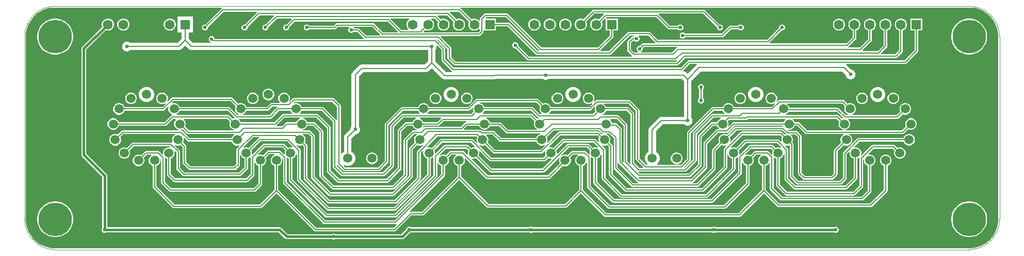
<source format=gbl>
G04*
G04 #@! TF.GenerationSoftware,Altium Limited,Altium Designer,23.4.1 (23)*
G04*
G04 Layer_Physical_Order=2*
G04 Layer_Color=16711680*
%FSAX44Y44*%
%MOMM*%
G71*
G04*
G04 #@! TF.SameCoordinates,1AFE91A9-0CB0-4E6F-966B-FDDC03A74EF8*
G04*
G04*
G04 #@! TF.FilePolarity,Positive*
G04*
G01*
G75*
%ADD10C,0.2000*%
%ADD12C,0.4000*%
%ADD16C,0.1000*%
%ADD39C,1.5000*%
%ADD40C,1.6000*%
%ADD41R,1.6000X1.6000*%
%ADD42C,5.5000*%
%ADD43C,0.6000*%
G36*
X01931519Y02178671D02*
X01930360Y02178002D01*
X01928498Y02176140D01*
X01927182Y02173860D01*
X01926500Y02171317D01*
Y02168683D01*
X01927182Y02166140D01*
X01928498Y02163860D01*
X01930029Y02162329D01*
X01929561Y02161059D01*
X01918267D01*
X01900558Y02178768D01*
X01901044Y02179941D01*
X01931179D01*
X01931519Y02178671D01*
D02*
G37*
G36*
X02029196Y02174578D02*
X02028781Y02173860D01*
X02028100Y02171317D01*
Y02168683D01*
X02028781Y02166140D01*
X02030098Y02163860D01*
X02031960Y02161998D01*
X02034240Y02160681D01*
X02036783Y02160000D01*
X02039417D01*
X02041960Y02160681D01*
X02044240Y02161998D01*
X02045671Y02163429D01*
X02046941Y02162903D01*
Y02159501D01*
X02044499Y02157059D01*
X01954944D01*
X01954458Y02158232D01*
X01957322Y02161096D01*
X01958040Y02160681D01*
X01960583Y02160000D01*
X01963217D01*
X01965760Y02160681D01*
X01968040Y02161998D01*
X01969902Y02163860D01*
X01971219Y02166140D01*
X01971900Y02168683D01*
Y02171317D01*
X01971219Y02173860D01*
X01969902Y02176140D01*
X01968040Y02178002D01*
X01966881Y02178671D01*
X01967221Y02179941D01*
X01973033D01*
X01978396Y02174578D01*
X01977982Y02173860D01*
X01977300Y02171317D01*
Y02168683D01*
X01977982Y02166140D01*
X01979298Y02163860D01*
X01981160Y02161998D01*
X01983440Y02160681D01*
X01985983Y02160000D01*
X01988616D01*
X01991160Y02160681D01*
X01993440Y02161998D01*
X01995302Y02163860D01*
X01996618Y02166140D01*
X01997300Y02168683D01*
Y02171317D01*
X01996618Y02173860D01*
X01995302Y02176140D01*
X01993440Y02178002D01*
X01991160Y02179319D01*
X01988616Y02180000D01*
X01985983D01*
X01983440Y02179319D01*
X01982722Y02178904D01*
X01977858Y02183768D01*
X01978344Y02184941D01*
X01993433D01*
X02003796Y02174578D01*
X02003382Y02173860D01*
X02002700Y02171317D01*
Y02168683D01*
X02003382Y02166140D01*
X02004698Y02163860D01*
X02006560Y02161998D01*
X02008840Y02160681D01*
X02011384Y02160000D01*
X02014017D01*
X02016560Y02160681D01*
X02018840Y02161998D01*
X02020702Y02163860D01*
X02022018Y02166140D01*
X02022700Y02168683D01*
Y02171317D01*
X02022018Y02173860D01*
X02020702Y02176140D01*
X02018840Y02178002D01*
X02016560Y02179319D01*
X02014017Y02180000D01*
X02011384D01*
X02008840Y02179319D01*
X02008122Y02178904D01*
X01997354Y02189671D01*
X01997881Y02190941D01*
X02012833D01*
X02029196Y02174578D01*
D02*
G37*
G36*
X01883442Y02153232D02*
X01882956Y02152059D01*
X01860267D01*
X01849163Y02163163D01*
X01848170Y02163826D01*
X01847000Y02164059D01*
X01847000Y02164059D01*
X01840447D01*
X01839976Y02164671D01*
X01840594Y02165941D01*
X01870733D01*
X01883442Y02153232D01*
D02*
G37*
G36*
X02138837Y02120837D02*
X02138837Y02120837D01*
X02139830Y02120174D01*
X02141000Y02119941D01*
X02260000D01*
X02260000Y02119941D01*
X02261171Y02120174D01*
X02262163Y02120837D01*
X02293267Y02151941D01*
X02299406D01*
X02300024Y02150671D01*
X02299553Y02150059D01*
X02298000D01*
X02298000Y02150059D01*
X02296829Y02149826D01*
X02295837Y02149163D01*
X02295837Y02149163D01*
X02289837Y02143163D01*
X02289174Y02142171D01*
X02288941Y02141000D01*
X02288941Y02141000D01*
Y02128000D01*
X02288941Y02128000D01*
X02289174Y02126830D01*
X02289837Y02125837D01*
X02296837Y02118837D01*
X02296837Y02118837D01*
X02297598Y02118329D01*
X02297441Y02117196D01*
X02297387Y02117059D01*
X02128267D01*
X02110000Y02135326D01*
Y02136995D01*
X02109239Y02138832D01*
X02107832Y02140239D01*
X02105995Y02141000D01*
X02104005D01*
X02102168Y02140239D01*
X02100761Y02138832D01*
X02100000Y02136995D01*
Y02135005D01*
X02100761Y02133168D01*
X02102168Y02131761D01*
X02104005Y02131000D01*
X02105674D01*
X02124837Y02111837D01*
X02124837Y02111837D01*
X02125829Y02111174D01*
X02127000Y02110941D01*
X02369000D01*
X02369000Y02110941D01*
X02370130Y02110009D01*
X02369278Y02109059D01*
X02007267D01*
X02000059Y02116267D01*
Y02131000D01*
X02000059Y02131000D01*
X01999826Y02132171D01*
X01999163Y02133163D01*
X01982558Y02149768D01*
X01983044Y02150941D01*
X02045766D01*
X02045766Y02150941D01*
X02046937Y02151174D01*
X02047929Y02151837D01*
X02052163Y02156071D01*
X02052163Y02156071D01*
X02052826Y02157063D01*
X02053059Y02158234D01*
X02053059Y02158234D01*
Y02158913D01*
X02053500Y02160000D01*
X02073500D01*
Y02166941D01*
X02092733D01*
X02138837Y02120837D01*
D02*
G37*
G36*
X02335345Y02140329D02*
X02334819Y02139059D01*
X02315000D01*
X02315000Y02139059D01*
X02313829Y02138826D01*
X02312837Y02138163D01*
X02312837Y02138163D01*
X02309674Y02135000D01*
X02308005D01*
X02306168Y02134239D01*
X02304761Y02132832D01*
X02304000Y02130995D01*
Y02129005D01*
X02304761Y02127168D01*
X02306168Y02125761D01*
X02307212Y02125329D01*
X02306959Y02124059D01*
X02300267D01*
X02295059Y02129267D01*
Y02139733D01*
X02298878Y02143553D01*
X02300376D01*
X02301168Y02142761D01*
X02303005Y02142000D01*
X02304995D01*
X02306832Y02142761D01*
X02308239Y02144168D01*
X02309000Y02146005D01*
Y02147995D01*
X02308239Y02149832D01*
X02307400Y02150671D01*
X02307926Y02151941D01*
X02323733D01*
X02335345Y02140329D01*
D02*
G37*
G36*
X02144346Y02127329D02*
X02143819Y02126059D01*
X02142267D01*
X02096163Y02172163D01*
X02095170Y02172826D01*
X02094000Y02173059D01*
X02094000Y02173059D01*
X02073500D01*
Y02180000D01*
X02057298D01*
X02056780Y02181185D01*
X02057390Y02181941D01*
X02089733D01*
X02144346Y02127329D01*
D02*
G37*
G36*
X02370441Y02132804D02*
X02370598Y02131671D01*
X02369837Y02131163D01*
X02362733Y02124059D01*
X02311041D01*
X02310788Y02125329D01*
X02311832Y02125761D01*
X02313239Y02127168D01*
X02314000Y02129005D01*
Y02130674D01*
X02316267Y02132941D01*
X02370387D01*
X02370441Y02132804D01*
D02*
G37*
G36*
X01983941Y02128733D02*
Y02112000D01*
X01983941Y02112000D01*
X01984174Y02110829D01*
X01984837Y02109837D01*
X02000837Y02093837D01*
X02000837Y02093837D01*
X02001510Y02093388D01*
X02001127Y02092118D01*
X01991534D01*
X01974118Y02109534D01*
Y02128804D01*
X01974402Y02129088D01*
X01975455Y02130912D01*
X01976000Y02132947D01*
Y02134878D01*
X01976427Y02135202D01*
X01977203Y02135472D01*
X01983941Y02128733D01*
D02*
G37*
G36*
X02403191Y02103671D02*
X02402674Y02103326D01*
X02388000Y02088651D01*
X02385326Y02091326D01*
X02383341Y02092652D01*
X02381200Y02093078D01*
X02380883Y02093638D01*
X02380713Y02094388D01*
X02391267Y02104941D01*
X02402806D01*
X02403191Y02103671D01*
D02*
G37*
G36*
X02236184Y02034062D02*
X02235764Y02032494D01*
Y02029993D01*
X02236411Y02027577D01*
X02236726Y02027032D01*
X02232753Y02023059D01*
X02161782D01*
X02161256Y02024329D01*
X02162338Y02025410D01*
X02163589Y02027577D01*
X02163751Y02028185D01*
X02227243D01*
X02227244Y02028185D01*
X02228414Y02028418D01*
X02229406Y02029081D01*
X02235046Y02034720D01*
X02236184Y02034062D01*
D02*
G37*
G36*
X02035818Y02032697D02*
X02035764Y02032494D01*
Y02029993D01*
X02036411Y02027577D01*
X02036726Y02027032D01*
X02032753Y02023059D01*
X01961782D01*
X01961256Y02024329D01*
X01962338Y02025410D01*
X01963589Y02027577D01*
X01963751Y02028185D01*
X02028243D01*
X02028244Y02028185D01*
X02029414Y02028418D01*
X02030406Y02029081D01*
X02034680Y02033354D01*
X02035818Y02032697D01*
D02*
G37*
G36*
X01714477Y02033671D02*
X01714081Y02033406D01*
X01701733Y02021059D01*
X01658338D01*
X01658170Y02022329D01*
X01658403Y02022391D01*
X01660569Y02023642D01*
X01662338Y02025410D01*
X01663588Y02027577D01*
X01663751Y02028185D01*
X01698243D01*
X01698244Y02028185D01*
X01699414Y02028418D01*
X01700406Y02029081D01*
X01706267Y02034941D01*
X01714092D01*
X01714477Y02033671D01*
D02*
G37*
G36*
X02146198Y02035456D02*
X02145883Y02034910D01*
X02145236Y02032494D01*
Y02029993D01*
X02145883Y02027577D01*
X02147134Y02025410D01*
X02148216Y02024329D01*
X02147690Y02023059D01*
X02145267D01*
X02134919Y02033406D01*
X02133927Y02034070D01*
X02132756Y02034302D01*
X02132756Y02034302D01*
X02054280D01*
X02054117Y02034910D01*
X02052866Y02037077D01*
X02051097Y02038845D01*
X02048931Y02040096D01*
X02046785Y02040671D01*
X02046952Y02041941D01*
X02139713D01*
X02146198Y02035456D01*
D02*
G37*
G36*
X01736411Y02027577D02*
X01737662Y02025410D01*
X01738744Y02024329D01*
X01738218Y02023059D01*
X01725000D01*
X01725000Y02023059D01*
X01723829Y02022826D01*
X01722837Y02022163D01*
X01710363Y02009689D01*
X01654417D01*
X01654254Y02010297D01*
X01653003Y02012463D01*
X01651795Y02013671D01*
X01652321Y02014941D01*
X01703000D01*
X01703000Y02014941D01*
X01704171Y02015174D01*
X01705163Y02015837D01*
X01717511Y02028185D01*
X01736249D01*
X01736411Y02027577D01*
D02*
G37*
G36*
X02646198Y02035456D02*
X02645883Y02034910D01*
X02645236Y02032494D01*
Y02029993D01*
X02645883Y02027577D01*
X02647134Y02025410D01*
X02648903Y02023642D01*
X02651069Y02022391D01*
X02651301Y02022329D01*
X02651134Y02021059D01*
X02647267D01*
X02636163Y02032163D01*
X02635171Y02032826D01*
X02634000Y02033059D01*
X02634000Y02033059D01*
X02554613D01*
X02554117Y02034910D01*
X02552866Y02037077D01*
X02551271Y02038671D01*
X02551518Y02039941D01*
X02641712D01*
X02646198Y02035456D01*
D02*
G37*
G36*
X01646198D02*
X01645883Y02034910D01*
X01645236Y02032494D01*
Y02029993D01*
X01645883Y02027577D01*
X01647134Y02025410D01*
X01648903Y02023642D01*
X01651069Y02022391D01*
X01651301Y02022329D01*
X01651134Y02021059D01*
X01649267D01*
X01636919Y02033406D01*
X01635927Y02034070D01*
X01634756Y02034302D01*
X01634756Y02034302D01*
X01554280D01*
X01554117Y02034910D01*
X01552866Y02037077D01*
X01551097Y02038845D01*
X01548931Y02040096D01*
X01546515Y02040744D01*
X01544013D01*
X01542445Y02040323D01*
X01541788Y02041462D01*
X01544267Y02043941D01*
X01637712D01*
X01646198Y02035456D01*
D02*
G37*
G36*
X02141837Y02017837D02*
X02141837Y02017837D01*
X02142829Y02017174D01*
X02143008Y02017139D01*
X02143050Y02015835D01*
X02141734Y02015483D01*
X02141189Y02015168D01*
X02134194Y02022163D01*
X02133202Y02022826D01*
X02132031Y02023059D01*
X02132031Y02023059D01*
X02052310D01*
X02051784Y02024329D01*
X02052866Y02025410D01*
X02054117Y02027577D01*
X02054280Y02028185D01*
X02131489D01*
X02141837Y02017837D01*
D02*
G37*
G36*
X02642774Y02016900D02*
X02642446Y02015673D01*
X02641734Y02015483D01*
X02641189Y02015168D01*
X02636194Y02020163D01*
X02635202Y02020826D01*
X02634031Y02021059D01*
X02634031Y02021059D01*
X02548866D01*
X02548699Y02022329D01*
X02548931Y02022391D01*
X02551097Y02023642D01*
X02552866Y02025410D01*
X02553750Y02026941D01*
X02632733D01*
X02642774Y02016900D01*
D02*
G37*
G36*
X01644393Y02017282D02*
X01643833Y02016045D01*
X01641734Y02015483D01*
X01641189Y02015168D01*
X01636194Y02020163D01*
X01635202Y02020826D01*
X01634031Y02021059D01*
X01634031Y02021059D01*
X01548866D01*
X01548699Y02022329D01*
X01548931Y02022391D01*
X01551097Y02023642D01*
X01552866Y02025410D01*
X01554117Y02027577D01*
X01554280Y02028185D01*
X01633490D01*
X01644393Y02017282D01*
D02*
G37*
G36*
X02548205Y02013671D02*
X02546997Y02012463D01*
X02545746Y02010297D01*
X02545583Y02009689D01*
X02463630D01*
X02463630Y02009689D01*
X02462460Y02009456D01*
X02461467Y02008793D01*
X02461467Y02008793D01*
X02455543Y02002869D01*
X02454405Y02003527D01*
X02454901Y02005379D01*
Y02007881D01*
X02454254Y02010297D01*
X02453939Y02010842D01*
X02456038Y02012941D01*
X02484000D01*
X02484000Y02012941D01*
X02485170Y02013174D01*
X02486163Y02013837D01*
X02487267Y02014941D01*
X02547679D01*
X02548205Y02013671D01*
D02*
G37*
G36*
X01812691Y02035053D02*
Y02013161D01*
X01812076Y02012838D01*
X01811421Y02012776D01*
X01811163Y02013163D01*
X01811163Y02013163D01*
X01790919Y02033406D01*
X01789927Y02034070D01*
X01788756Y02034302D01*
X01788756Y02034302D01*
X01754280D01*
X01754117Y02034910D01*
X01752866Y02037077D01*
X01751097Y02038845D01*
X01748931Y02040096D01*
X01746515Y02040744D01*
X01744013D01*
X01742445Y02040323D01*
X01741788Y02041462D01*
X01743267Y02042941D01*
X01804803D01*
X01812691Y02035053D01*
D02*
G37*
G36*
X01983345Y02015671D02*
X01977363Y02009689D01*
X01954417D01*
X01954254Y02010297D01*
X01953003Y02012463D01*
X01951234Y02014232D01*
X01949068Y02015483D01*
X01948365Y02015671D01*
X01948532Y02016941D01*
X01982819D01*
X01983345Y02015671D01*
D02*
G37*
G36*
X01805941Y02009733D02*
Y01936000D01*
X01805941Y01936000D01*
X01806174Y01934830D01*
X01806837Y01933837D01*
X01818837Y01921837D01*
X01818837Y01921837D01*
X01819829Y01921174D01*
X01821000Y01920941D01*
X01889000D01*
X01889000Y01920941D01*
X01890170Y01921174D01*
X01891163Y01921837D01*
X01905163Y01935837D01*
X01905163Y01935837D01*
X01905826Y01936830D01*
X01906059Y01938000D01*
Y02001733D01*
X01921267Y02016941D01*
X01942271D01*
X01942438Y02015671D01*
X01941734Y02015483D01*
X01939568Y02014232D01*
X01937799Y02012463D01*
X01936549Y02010297D01*
X01936386Y02009689D01*
X01926630D01*
X01926630Y02009689D01*
X01925460Y02009456D01*
X01924467Y02008793D01*
X01924467Y02008793D01*
X01912837Y01997163D01*
X01912174Y01996171D01*
X01911941Y01995000D01*
X01911941Y01995000D01*
Y01934267D01*
X01893733Y01916059D01*
X01816267D01*
X01802059Y01930267D01*
Y02001000D01*
X01802059Y02001000D01*
X01801826Y02002171D01*
X01801163Y02003163D01*
X01801163Y02003163D01*
X01782163Y02022163D01*
X01781171Y02022826D01*
X01780000Y02023059D01*
X01780000Y02023059D01*
X01752310D01*
X01751784Y02024329D01*
X01752866Y02025410D01*
X01754117Y02027577D01*
X01754280Y02028185D01*
X01787489D01*
X01805941Y02009733D01*
D02*
G37*
G36*
X02024630Y02009689D02*
X02024630Y02009689D01*
X02023460Y02009456D01*
X02022467Y02008793D01*
X02015733Y02002059D01*
X01957000D01*
X01957000Y02002059D01*
X01955829Y02001826D01*
X01954837Y02001163D01*
X01954467Y02000793D01*
X01953451Y02001573D01*
X01954254Y02002963D01*
X01954417Y02003571D01*
X01978630D01*
X01978630Y02003571D01*
X01979801Y02003804D01*
X01980793Y02004467D01*
X01987267Y02010941D01*
X02024588D01*
X02024630Y02009689D01*
D02*
G37*
G36*
X01751635Y02015671D02*
X01750932Y02015483D01*
X01748766Y02014232D01*
X01746997Y02012463D01*
X01745746Y02010297D01*
X01745583Y02009689D01*
X01730630D01*
X01729460Y02009456D01*
X01728467Y02008793D01*
X01728467Y02008793D01*
X01722548Y02002874D01*
X01713694D01*
X01713309Y02004144D01*
X01713793Y02004467D01*
X01726267Y02016941D01*
X01751468D01*
X01751635Y02015671D01*
D02*
G37*
G36*
X02436549Y02002963D02*
X02437799Y02000797D01*
X02439268Y01999329D01*
X02438843Y01998059D01*
X02437000D01*
X02437000Y01998059D01*
X02435829Y01997826D01*
X02434837Y01997163D01*
X02434837Y01997163D01*
X02414837Y01977163D01*
X02414174Y01976171D01*
X02413941Y01975000D01*
X02413941Y01975000D01*
Y01936267D01*
X02393733Y01916059D01*
X02309267D01*
X02307600Y01917726D01*
X02307859Y01918513D01*
X02308181Y01918941D01*
X02391000D01*
X02391000Y01918941D01*
X02392171Y01919174D01*
X02393163Y01919837D01*
X02410163Y01936837D01*
X02410826Y01937829D01*
X02411059Y01939000D01*
X02411059Y01939000D01*
Y01984733D01*
X02429897Y02003571D01*
X02436386D01*
X02436549Y02002963D01*
D02*
G37*
G36*
X02580837Y01990837D02*
X02581830Y01990174D01*
X02583000Y01989941D01*
X02583000Y01989941D01*
X02643390D01*
X02643730Y01988671D01*
X02642740Y01988100D01*
X02640972Y01986331D01*
X02639721Y01984165D01*
X02639074Y01981749D01*
Y01979247D01*
X02639721Y01976831D01*
X02640036Y01976286D01*
X02628837Y01965087D01*
X02628174Y01964095D01*
X02627941Y01962924D01*
X02627941Y01962924D01*
Y01925267D01*
X02623733Y01921059D01*
X02580267D01*
X02575059Y01926267D01*
Y01986000D01*
X02575059Y01986000D01*
X02574826Y01987171D01*
X02574163Y01988163D01*
X02574163Y01988163D01*
X02568163Y01994163D01*
X02567170Y01994826D01*
X02566000Y01995059D01*
X02566000Y01995059D01*
X02553267D01*
X02552204Y01996122D01*
X02552861Y01997261D01*
X02553348Y01997130D01*
X02555849D01*
X02558266Y01997778D01*
X02560432Y01999028D01*
X02562201Y02000797D01*
X02563451Y02002963D01*
X02563614Y02003571D01*
X02568103D01*
X02580837Y01990837D01*
D02*
G37*
G36*
X02136864Y02010842D02*
X02136549Y02010297D01*
X02135901Y02007881D01*
Y02005379D01*
X02136549Y02002963D01*
X02137799Y02000797D01*
X02139568Y01999028D01*
X02140780Y01998329D01*
X02140439Y01997059D01*
X02093267D01*
X02082163Y02008163D01*
X02081171Y02008826D01*
X02080000Y02009059D01*
X02080000Y02009059D01*
X02063783D01*
X02063451Y02010297D01*
X02062201Y02012463D01*
X02060432Y02014232D01*
X02058266Y02015483D01*
X02057562Y02015671D01*
X02057729Y02016941D01*
X02130764D01*
X02136864Y02010842D01*
D02*
G37*
G36*
X02636863D02*
X02636549Y02010297D01*
X02635901Y02007881D01*
Y02005379D01*
X02636549Y02002963D01*
X02637799Y02000797D01*
X02639568Y01999028D01*
X02641734Y01997778D01*
X02643409Y01997329D01*
X02643242Y01996059D01*
X02584267D01*
X02571533Y02008793D01*
X02570540Y02009456D01*
X02569370Y02009689D01*
X02569370Y02009689D01*
X02563614D01*
X02563451Y02010297D01*
X02562201Y02012463D01*
X02560993Y02013671D01*
X02561519Y02014941D01*
X02632764D01*
X02636863Y02010842D01*
D02*
G37*
G36*
X01636864D02*
X01636549Y02010297D01*
X01635901Y02007881D01*
Y02005379D01*
X01636549Y02002963D01*
X01637799Y02000797D01*
X01639568Y01999028D01*
X01641734Y01997778D01*
X01643409Y01997329D01*
X01643242Y01996059D01*
X01569496D01*
X01563136Y02002418D01*
X01563451Y02002963D01*
X01564099Y02005379D01*
Y02007881D01*
X01563451Y02010297D01*
X01562201Y02012463D01*
X01560993Y02013671D01*
X01561519Y02014941D01*
X01632764D01*
X01636864Y02010842D01*
D02*
G37*
G36*
X02544601Y02003329D02*
X02544155Y02002318D01*
X02543808Y02002059D01*
X02467076D01*
X02465905Y02001826D01*
X02464913Y02001163D01*
X02464913Y02001163D01*
X02452786Y01989036D01*
X02452240Y01989350D01*
X02449824Y01989998D01*
X02447323D01*
X02444907Y01989350D01*
X02442741Y01988100D01*
X02440972Y01986331D01*
X02439721Y01984165D01*
X02439074Y01981749D01*
Y01979247D01*
X02439721Y01976831D01*
X02440036Y01976286D01*
X02428837Y01965087D01*
X02428174Y01964095D01*
X02427941Y01962924D01*
X02427941Y01962924D01*
Y01934267D01*
X02402733Y01909059D01*
X02396613D01*
X02396559Y01909196D01*
X02396402Y01910329D01*
X02397163Y01910837D01*
X02419163Y01932837D01*
X02419163Y01932837D01*
X02419826Y01933829D01*
X02420059Y01935000D01*
Y01973733D01*
X02438267Y01991941D01*
X02452000D01*
X02452000Y01991941D01*
X02453170Y01992174D01*
X02454163Y01992837D01*
X02464897Y02003571D01*
X02544413D01*
X02544601Y02003329D01*
D02*
G37*
G36*
X02548884Y01990790D02*
X02548555Y01989564D01*
X02547759Y01989350D01*
X02547214Y01989036D01*
X02543087Y01993163D01*
X02542095Y01993826D01*
X02540924Y01994059D01*
X02540924Y01994059D01*
X02477000D01*
X02477000Y01994059D01*
X02475829Y01993826D01*
X02474837Y01993163D01*
X02474837Y01993163D01*
X02458827Y01977153D01*
X02457689Y01977811D01*
X02458074Y01979247D01*
Y01981749D01*
X02457426Y01984165D01*
X02457112Y01984710D01*
X02468343Y01995941D01*
X02543733D01*
X02548884Y01990790D01*
D02*
G37*
G36*
X02247087Y01991587D02*
X02248080Y01990924D01*
X02248450Y01990850D01*
X02248493Y01989547D01*
X02247760Y01989350D01*
X02247214Y01989036D01*
X02243087Y01993163D01*
X02242095Y01993826D01*
X02240924Y01994059D01*
X02240924Y01994059D01*
X02178000D01*
X02176829Y01993826D01*
X02175837Y01993163D01*
X02175837Y01993163D01*
X02158056Y01975382D01*
X02157040Y01976162D01*
X02157426Y01976831D01*
X02158074Y01979247D01*
Y01981749D01*
X02157426Y01984165D01*
X02157112Y01984710D01*
X02168343Y01995941D01*
X02242733D01*
X02247087Y01991587D01*
D02*
G37*
G36*
X02045746Y02002963D02*
X02046997Y02000797D01*
X02048766Y01999028D01*
X02050932Y01997778D01*
X02053348Y01997130D01*
X02055849D01*
X02058266Y01997778D01*
X02060432Y01999028D01*
X02062201Y02000797D01*
X02063439Y02002941D01*
X02078733D01*
X02089837Y01991837D01*
X02089837Y01991837D01*
X02090829Y01991174D01*
X02092000Y01990941D01*
X02145937D01*
X02146104Y01989671D01*
X02144907Y01989350D01*
X02142741Y01988100D01*
X02140972Y01986331D01*
X02139721Y01984165D01*
X02139558Y01983557D01*
X02081769D01*
X02071163Y01994163D01*
X02070170Y01994826D01*
X02069000Y01995059D01*
X02069000Y01995059D01*
X02051267D01*
X02050163Y01996163D01*
X02049171Y01996826D01*
X02048000Y01997059D01*
X02048000Y01997059D01*
X02021044D01*
X02020558Y01998232D01*
X02025897Y02003571D01*
X02045583D01*
X02045746Y02002963D01*
D02*
G37*
G36*
X01566066Y01990837D02*
X01567058Y01990174D01*
X01568229Y01989941D01*
X01568229Y01989941D01*
X01643390D01*
X01643730Y01988671D01*
X01642741Y01988100D01*
X01640972Y01986331D01*
X01639721Y01984165D01*
X01639558Y01983557D01*
X01570769D01*
X01559163Y01995163D01*
X01558171Y01995826D01*
X01557000Y01996059D01*
X01556980Y01996118D01*
X01557782Y01997648D01*
X01558266Y01997778D01*
X01558811Y01998092D01*
X01566066Y01990837D01*
D02*
G37*
G36*
X02542888Y01984710D02*
X02542574Y01984165D01*
X02541926Y01981749D01*
Y01979247D01*
X02542311Y01977811D01*
X02541173Y01977153D01*
X02538163Y01980163D01*
X02537171Y01980826D01*
X02536000Y01981059D01*
X02536000Y01981059D01*
X02482694D01*
X02482694Y01981059D01*
X02481523Y01980826D01*
X02480531Y01980163D01*
X02480531Y01980163D01*
X02467739Y01967371D01*
X02467194Y01967686D01*
X02464778Y01968333D01*
X02462276D01*
X02459860Y01967686D01*
X02459736Y01967614D01*
X02458956Y01968630D01*
X02478267Y01987941D01*
X02539657D01*
X02542888Y01984710D01*
D02*
G37*
G36*
X02242888D02*
X02242574Y01984165D01*
X02241926Y01981749D01*
Y01979247D01*
X02242311Y01977811D01*
X02241173Y01977153D01*
X02237163Y01981163D01*
X02236171Y01981826D01*
X02235000Y01982059D01*
X02235000Y01982059D01*
X02183694D01*
X02182523Y01981826D01*
X02181531Y01981163D01*
X02167739Y01967371D01*
X02167194Y01967686D01*
X02164778Y01968333D01*
X02162276D01*
X02161154Y01968033D01*
X02160497Y01969171D01*
X02179267Y01987941D01*
X02239657D01*
X02242888Y01984710D01*
D02*
G37*
G36*
X02042888D02*
X02042574Y01984165D01*
X02041926Y01981749D01*
Y01979247D01*
X02042574Y01976831D01*
X02042960Y01976162D01*
X02041944Y01975382D01*
X02036163Y01981163D01*
X02035170Y01981826D01*
X02034000Y01982059D01*
X02034000Y01982059D01*
X01983694D01*
X01982523Y01981826D01*
X01981531Y01981163D01*
X01967739Y01967371D01*
X01967194Y01967686D01*
X01964778Y01968333D01*
X01962276D01*
X01961154Y01968033D01*
X01960497Y01969171D01*
X01977267Y01985941D01*
X02041657D01*
X02042888Y01984710D01*
D02*
G37*
G36*
X02555689Y01970959D02*
X02555941Y01970668D01*
Y01920000D01*
X02555941Y01920000D01*
X02556174Y01918829D01*
X02556837Y01917837D01*
X02566837Y01907837D01*
X02566837Y01907837D01*
X02567830Y01907174D01*
X02569000Y01906941D01*
X02639000D01*
X02639000Y01906941D01*
X02640171Y01907174D01*
X02641163Y01907837D01*
X02648163Y01914837D01*
X02648826Y01915829D01*
X02649059Y01917000D01*
Y01956733D01*
X02653002Y01960676D01*
X02653010Y01960671D01*
X02654027Y01959905D01*
Y01957583D01*
X02654674Y01955166D01*
X02655925Y01953000D01*
X02657694Y01951231D01*
X02659860Y01949981D01*
X02660468Y01949818D01*
Y01918794D01*
X02646733Y01905059D01*
X02565267D01*
X02553059Y01917267D01*
Y01964000D01*
X02553059Y01964000D01*
X02552826Y01965170D01*
X02552163Y01966163D01*
X02552163Y01966163D01*
X02548082Y01970244D01*
X02548739Y01971383D01*
X02550176Y01970998D01*
X02552677D01*
X02554671Y01971532D01*
X02555689Y01970959D01*
D02*
G37*
G36*
X02258941Y01968657D02*
Y01923000D01*
X02258941Y01923000D01*
X02259174Y01921830D01*
X02259837Y01920837D01*
X02284837Y01895837D01*
X02284837Y01895837D01*
X02285829Y01895174D01*
X02287000Y01894941D01*
X02287000Y01894941D01*
X02413000D01*
X02413000Y01894941D01*
X02414171Y01895174D01*
X02415163Y01895837D01*
X02452163Y01932837D01*
X02452826Y01933829D01*
X02453059Y01935000D01*
X02453059Y01935000D01*
Y01956288D01*
X02454329Y01956456D01*
X02454674Y01955166D01*
X02455925Y01953000D01*
X02457694Y01951231D01*
X02459860Y01949981D01*
X02460468Y01949818D01*
Y01933794D01*
X02417733Y01891059D01*
X02280267D01*
X02253059Y01918267D01*
Y01964000D01*
X02253059Y01964000D01*
X02252826Y01965170D01*
X02252163Y01966163D01*
X02252163Y01966163D01*
X02248082Y01970244D01*
X02248739Y01971383D01*
X02250176Y01970998D01*
X02252677D01*
X02255093Y01971645D01*
X02255638Y01971960D01*
X02258941Y01968657D01*
D02*
G37*
G36*
X02039503Y01969171D02*
X02038846Y01968033D01*
X02037724Y01968333D01*
X02035222D01*
X02032806Y01967686D01*
X02032261Y01967371D01*
X02028469Y01971163D01*
X02027477Y01971826D01*
X02026306Y01972059D01*
X02026306Y01972059D01*
X01990000D01*
X01990000Y01972059D01*
X01988829Y01971826D01*
X01987837Y01971163D01*
X01974297Y01957623D01*
X01973027Y01958149D01*
Y01960084D01*
X01972379Y01962500D01*
X01972065Y01963045D01*
X01984961Y01975941D01*
X02032733D01*
X02039503Y01969171D01*
D02*
G37*
G36*
X01739503D02*
X01738846Y01968033D01*
X01737724Y01968333D01*
X01735222D01*
X01732806Y01967686D01*
X01732261Y01967371D01*
X01726469Y01973163D01*
X01725477Y01973826D01*
X01724306Y01974059D01*
X01724306Y01974059D01*
X01693000D01*
X01693000Y01974059D01*
X01691830Y01973826D01*
X01690837Y01973163D01*
X01674007Y01956333D01*
X01672868Y01956990D01*
X01673027Y01957583D01*
Y01960084D01*
X01672379Y01962500D01*
X01672065Y01963045D01*
X01686961Y01977941D01*
X01730733D01*
X01739503Y01969171D01*
D02*
G37*
G36*
X02241044Y01968630D02*
X02240264Y01967614D01*
X02240140Y01967686D01*
X02237724Y01968333D01*
X02235222D01*
X02232806Y01967686D01*
X02232261Y01967371D01*
X02226469Y01973163D01*
X02225477Y01973826D01*
X02224306Y01974059D01*
X02224306Y01974059D01*
X02192000D01*
X02190829Y01973826D01*
X02189837Y01973163D01*
X02189837Y01973163D01*
X02174297Y01957623D01*
X02173027Y01958149D01*
Y01960084D01*
X02172379Y01962500D01*
X02172065Y01963045D01*
X02184961Y01975941D01*
X02233733D01*
X02241044Y01968630D01*
D02*
G37*
G36*
X02541044Y01968630D02*
X02540264Y01967614D01*
X02540140Y01967686D01*
X02537724Y01968333D01*
X02535222D01*
X02532806Y01967686D01*
X02532261Y01967371D01*
X02528469Y01971163D01*
X02527477Y01971826D01*
X02526306Y01972059D01*
X02526306Y01972059D01*
X02491000D01*
X02489829Y01971826D01*
X02488837Y01971163D01*
X02488837Y01971163D01*
X02474007Y01956333D01*
X02472868Y01956990D01*
X02473027Y01957583D01*
Y01960084D01*
X02472379Y01962500D01*
X02472065Y01963045D01*
X02483961Y01974941D01*
X02534733D01*
X02541044Y01968630D01*
D02*
G37*
G36*
X01684135Y01984804D02*
X01684292Y01983671D01*
X01683531Y01983163D01*
X01683531Y01983163D01*
X01667739Y01967371D01*
X01667194Y01967686D01*
X01664778Y01968333D01*
X01662276D01*
X01659860Y01967686D01*
X01659736Y01967614D01*
X01658956Y01968630D01*
X01675267Y01984941D01*
X01684080D01*
X01684135Y01984804D01*
D02*
G37*
G36*
X02078339Y01978335D02*
X02079332Y01977672D01*
X02080502Y01977439D01*
X02080502Y01977439D01*
X02139558D01*
X02139721Y01976831D01*
X02140972Y01974665D01*
X02142741Y01972896D01*
X02144907Y01971645D01*
X02147323Y01970998D01*
X02149824D01*
X02152240Y01971645D01*
X02152910Y01972032D01*
X02153690Y01971015D01*
X02146733Y01964059D01*
X02072191D01*
X02059964Y01976286D01*
X02060279Y01976831D01*
X02060926Y01979247D01*
Y01981749D01*
X02060279Y01984165D01*
X02059028Y01986331D01*
X02057688Y01987671D01*
X02058214Y01988941D01*
X02067733D01*
X02078339Y01978335D01*
D02*
G37*
G36*
X02527935Y01963045D02*
X02527621Y01962500D01*
X02526973Y01960084D01*
Y01957583D01*
X02527132Y01956990D01*
X02525993Y01956333D01*
X02521163Y01961163D01*
X02520170Y01961826D01*
X02519000Y01962059D01*
X02519000Y01962059D01*
X02499235D01*
X02498064Y01961826D01*
X02497072Y01961163D01*
X02497072Y01961163D01*
X02491046Y01955137D01*
X02490501Y01955452D01*
X02488085Y01956099D01*
X02485583D01*
X02483722Y01955600D01*
X02483065Y01956739D01*
X02492267Y01965941D01*
X02525039D01*
X02527935Y01963045D01*
D02*
G37*
G36*
X02027935D02*
X02027621Y01962500D01*
X02026973Y01960084D01*
Y01957583D01*
X02027132Y01956990D01*
X02025993Y01956333D01*
X02021163Y01961163D01*
X02020170Y01961826D01*
X02019000Y01962059D01*
X02019000Y01962059D01*
X01999235D01*
X01998064Y01961826D01*
X01997072Y01961163D01*
X01997072Y01961163D01*
X01991046Y01955137D01*
X01990501Y01955452D01*
X01988085Y01956099D01*
X01985583D01*
X01983167Y01955452D01*
X01981762Y01954641D01*
X01980983Y01955657D01*
X01991267Y01965941D01*
X02025039D01*
X02027935Y01963045D01*
D02*
G37*
G36*
X01727935D02*
X01727621Y01962500D01*
X01726973Y01960084D01*
Y01957583D01*
X01727132Y01956990D01*
X01725993Y01956333D01*
X01720163Y01962163D01*
X01719171Y01962826D01*
X01718000Y01963059D01*
X01718000Y01963059D01*
X01700235D01*
X01700235Y01963059D01*
X01699064Y01962826D01*
X01698072Y01962163D01*
X01691046Y01955137D01*
X01690501Y01955452D01*
X01688085Y01956099D01*
X01685583D01*
X01683722Y01955600D01*
X01683065Y01956739D01*
X01694267Y01967941D01*
X01723039D01*
X01727935Y01963045D01*
D02*
G37*
G36*
X02227935D02*
X02227621Y01962500D01*
X02226973Y01960084D01*
Y01957583D01*
X02227132Y01956990D01*
X02225993Y01956333D01*
X02221163Y01961163D01*
X02220170Y01961826D01*
X02219000Y01962059D01*
X02219000Y01962059D01*
X02199235D01*
X02198064Y01961826D01*
X02197072Y01961163D01*
X02197072Y01961163D01*
X02191046Y01955137D01*
X02190501Y01955452D01*
X02188085Y01956099D01*
X02185583D01*
X02183167Y01955452D01*
X02181762Y01954641D01*
X02180983Y01955657D01*
X02193267Y01967941D01*
X02223039D01*
X02227935Y01963045D01*
D02*
G37*
G36*
X02047760Y01971645D02*
X02050176Y01970998D01*
X02052677D01*
X02055093Y01971645D01*
X02055638Y01971960D01*
X02068761Y01958837D01*
X02069754Y01958174D01*
X02070924Y01957941D01*
X02148000D01*
X02148000Y01957941D01*
X02149171Y01958174D01*
X02150163Y01958837D01*
X02153189Y01961863D01*
X02154328Y01961206D01*
X02154027Y01960084D01*
Y01957583D01*
X02154674Y01955166D01*
X02154989Y01954621D01*
X02151427Y01951059D01*
X02066267D01*
X02046310Y01971015D01*
X02047090Y01972032D01*
X02047760Y01971645D01*
D02*
G37*
G36*
X02282941Y02003733D02*
Y01944181D01*
X02282513Y01943859D01*
X02281726Y01943600D01*
X02280059Y01945267D01*
Y01998000D01*
X02280059Y01998000D01*
X02279826Y01999171D01*
X02279163Y02000163D01*
X02279163Y02000163D01*
X02272262Y02007064D01*
X02271269Y02007727D01*
X02270099Y02007960D01*
X02270099Y02007960D01*
X02264077D01*
X02263451Y02010297D01*
X02262201Y02012463D01*
X02260993Y02013671D01*
X02261519Y02014941D01*
X02271733D01*
X02282941Y02003733D01*
D02*
G37*
G36*
X02294211Y02022463D02*
Y01941911D01*
X02293783Y01941589D01*
X02292996Y01941330D01*
X02289059Y01945267D01*
Y02005000D01*
X02288826Y02006171D01*
X02288163Y02007163D01*
X02275163Y02020163D01*
X02274171Y02020826D01*
X02273000Y02021059D01*
X02273000Y02021059D01*
X02248866D01*
X02248699Y02022329D01*
X02248931Y02022391D01*
X02251097Y02023642D01*
X02252866Y02025410D01*
X02254117Y02027577D01*
X02254280Y02028185D01*
X02288489D01*
X02294211Y02022463D01*
D02*
G37*
G36*
X01984674Y02081674D02*
X01986659Y02080348D01*
X01989000Y02079883D01*
X02070959D01*
X02073300Y02080348D01*
X02074100Y02080883D01*
X02149804D01*
X02150088Y02080598D01*
X02151912Y02079545D01*
X02153947Y02079000D01*
X02156053D01*
X02158088Y02079545D01*
X02159912Y02080598D01*
X02160196Y02080883D01*
X02378466D01*
X02381882Y02077466D01*
Y02018118D01*
X02345000D01*
X02342659Y02017652D01*
X02340674Y02016326D01*
X02325674Y02001326D01*
X02324348Y01999341D01*
X02323882Y01997000D01*
Y01960902D01*
X02322325Y01960002D01*
X02319998Y01957675D01*
X02318352Y01954825D01*
X02317500Y01951646D01*
Y01948354D01*
X02318352Y01945175D01*
X02319998Y01942325D01*
X02321994Y01940329D01*
X02321525Y01939059D01*
X02320267D01*
X02309059Y01950267D01*
Y02029000D01*
X02308826Y02030171D01*
X02308163Y02031163D01*
X02308163Y02031163D01*
X02294163Y02045163D01*
X02293170Y02045826D01*
X02292000Y02046059D01*
X02292000Y02046059D01*
X02239000D01*
X02239000Y02046059D01*
X02237829Y02045826D01*
X02236837Y02045163D01*
X02236837Y02045163D01*
X02234746Y02043072D01*
X02233730Y02043852D01*
X02234412Y02045033D01*
X02235060Y02047449D01*
Y02049951D01*
X02234412Y02052367D01*
X02233161Y02054533D01*
X02231393Y02056302D01*
X02229226Y02057553D01*
X02226810Y02058200D01*
X02224309D01*
X02221893Y02057553D01*
X02219726Y02056302D01*
X02217958Y02054533D01*
X02216707Y02052367D01*
X02216060Y02049951D01*
Y02047449D01*
X02216707Y02045033D01*
X02217958Y02042867D01*
X02219726Y02041098D01*
X02221893Y02039848D01*
X02224309Y02039200D01*
X02226810D01*
X02229226Y02039848D01*
X02230408Y02040530D01*
X02231188Y02039514D01*
X02225977Y02034302D01*
X02163751D01*
X02163589Y02034910D01*
X02162338Y02037077D01*
X02160569Y02038845D01*
X02158403Y02040096D01*
X02155987Y02040744D01*
X02153485D01*
X02151069Y02040096D01*
X02150524Y02039781D01*
X02143142Y02047163D01*
X02142150Y02047826D01*
X02140979Y02048059D01*
X02140979Y02048059D01*
X02042000D01*
X02042000Y02048059D01*
X02040829Y02047826D01*
X02039837Y02047163D01*
X02039837Y02047163D01*
X02026976Y02034302D01*
X01963751D01*
X01963589Y02034910D01*
X01962338Y02037077D01*
X01960569Y02038845D01*
X01958403Y02040096D01*
X01955987Y02040744D01*
X01953485D01*
X01951069Y02040096D01*
X01948903Y02038845D01*
X01947134Y02037077D01*
X01945883Y02034910D01*
X01945720Y02034302D01*
X01919244D01*
X01918073Y02034070D01*
X01917081Y02033406D01*
X01917081Y02033406D01*
X01891837Y02008163D01*
X01891174Y02007171D01*
X01890941Y02006000D01*
X01890941Y02006000D01*
Y01946267D01*
X01879733Y01935059D01*
X01826267D01*
X01823437Y01937889D01*
X01824216Y01938905D01*
X01825175Y01938352D01*
X01828354Y01937500D01*
X01831646D01*
X01834825Y01938352D01*
X01837675Y01939998D01*
X01840002Y01942325D01*
X01841648Y01945175D01*
X01842500Y01948354D01*
Y01951646D01*
X01841648Y01954825D01*
X01840002Y01957675D01*
X01837675Y01960002D01*
X01836118Y01960902D01*
Y01982466D01*
X01843152Y01989500D01*
X01843553D01*
X01845588Y01990045D01*
X01847412Y01991098D01*
X01848902Y01992588D01*
X01849955Y01994412D01*
X01850500Y01996447D01*
Y01998553D01*
X01849955Y02000588D01*
X01848902Y02002412D01*
X01848618Y02002696D01*
Y02084966D01*
X01855534Y02091882D01*
X01959000D01*
X01961341Y02092348D01*
X01963326Y02093674D01*
X01968000Y02098349D01*
X01984674Y02081674D01*
D02*
G37*
G36*
X02208147Y01954671D02*
X02207333Y01954201D01*
X02205564Y01952432D01*
X02204313Y01950266D01*
X02203666Y01947850D01*
Y01945348D01*
X02204313Y01942932D01*
X02205564Y01940766D01*
X02207333Y01938997D01*
X02209499Y01937746D01*
X02210107Y01937584D01*
Y01898433D01*
X02186733Y01875059D01*
X02061599D01*
X02016225Y01920433D01*
Y01937584D01*
X02016833Y01937746D01*
X02018999Y01938997D01*
X02020768Y01940766D01*
X02022018Y01942932D01*
X02022666Y01945348D01*
Y01947850D01*
X02022167Y01949711D01*
X02023306Y01950368D01*
X02056837Y01916837D01*
X02057829Y01916174D01*
X02059000Y01915941D01*
X02160000D01*
X02160000Y01915941D01*
X02161171Y01916174D01*
X02162163Y01916837D01*
X02183107Y01937781D01*
X02183167Y01937746D01*
X02185583Y01937099D01*
X02188085D01*
X02190501Y01937746D01*
X02192667Y01938997D01*
X02194436Y01940766D01*
X02195687Y01942932D01*
X02196334Y01945348D01*
Y01947850D01*
X02195687Y01950266D01*
X02195372Y01950811D01*
X02200502Y01955941D01*
X02207807D01*
X02208147Y01954671D01*
D02*
G37*
G36*
X01567339Y01978335D02*
X01567339Y01978335D01*
X01568332Y01977672D01*
X01569502Y01977439D01*
X01639558D01*
X01639721Y01976831D01*
X01640972Y01974665D01*
X01642741Y01972896D01*
X01644907Y01971645D01*
X01647323Y01970998D01*
X01649824D01*
X01651261Y01971383D01*
X01651918Y01970244D01*
X01648193Y01966519D01*
X01647530Y01965526D01*
X01647297Y01964356D01*
X01647297Y01964356D01*
Y01940623D01*
X01643733Y01937059D01*
X01572267D01*
X01565059Y01944267D01*
Y01969924D01*
X01565059Y01969924D01*
X01564826Y01971095D01*
X01564163Y01972087D01*
X01564163Y01972087D01*
X01559964Y01976286D01*
X01560279Y01976831D01*
X01560926Y01979247D01*
Y01981749D01*
X01560486Y01983392D01*
X01561624Y01984050D01*
X01567339Y01978335D01*
D02*
G37*
G36*
X02445883Y02027577D02*
X02447134Y02025410D01*
X02448216Y02024329D01*
X02447690Y02023059D01*
X02429000D01*
X02427829Y02022826D01*
X02426837Y02022163D01*
X02426837Y02022163D01*
X02397837Y01993163D01*
X02397174Y01992171D01*
X02396941Y01991000D01*
X02396941Y01991000D01*
Y01948267D01*
X02383217Y01934543D01*
X02382736Y01934614D01*
X02382290Y01935964D01*
X02392163Y01945837D01*
X02392163Y01945837D01*
X02392826Y01946830D01*
X02393059Y01948000D01*
Y01990733D01*
X02430511Y02028185D01*
X02445720D01*
X02445883Y02027577D01*
D02*
G37*
G36*
X02302941Y02027733D02*
Y01949000D01*
X02302941Y01949000D01*
X02303174Y01947829D01*
X02303837Y01946837D01*
X02315442Y01935232D01*
X02314956Y01934059D01*
X02309267D01*
X02300329Y01942997D01*
Y02023730D01*
X02300096Y02024901D01*
X02299433Y02025893D01*
X02291919Y02033406D01*
X02290927Y02034070D01*
X02289756Y02034302D01*
X02289756Y02034302D01*
X02254280D01*
X02254117Y02034910D01*
X02252866Y02037077D01*
X02251271Y02038671D01*
X02251518Y02039941D01*
X02290733D01*
X02302941Y02027733D01*
D02*
G37*
G36*
X02062837Y01945837D02*
X02063829Y01945174D01*
X02065000Y01944941D01*
X02152694D01*
X02152694Y01944941D01*
X02153864Y01945174D01*
X02154857Y01945837D01*
X02159315Y01950295D01*
X02159860Y01949981D01*
X02162276Y01949333D01*
X02164211D01*
X02164737Y01948063D01*
X02149733Y01933059D01*
X02066573D01*
X02045011Y01954621D01*
X02045326Y01955166D01*
X02045973Y01957583D01*
Y01960084D01*
X02045672Y01961206D01*
X02046811Y01961863D01*
X02062837Y01945837D01*
D02*
G37*
G36*
X01945883Y02027577D02*
X01947134Y02025410D01*
X01948216Y02024329D01*
X01947690Y02023059D01*
X01920000D01*
X01918829Y02022826D01*
X01917837Y02022163D01*
X01917837Y02022163D01*
X01900837Y02005163D01*
X01900174Y02004171D01*
X01899941Y02003000D01*
X01899941Y02003000D01*
Y01939267D01*
X01887733Y01927059D01*
X01822267D01*
X01812059Y01937267D01*
Y01939088D01*
X01813329Y01939474D01*
X01813587Y01939087D01*
X01822837Y01929837D01*
X01822837Y01929837D01*
X01823829Y01929174D01*
X01825000Y01928941D01*
X01825000Y01928941D01*
X01881000D01*
X01881000Y01928941D01*
X01882171Y01929174D01*
X01883163Y01929837D01*
X01896163Y01942837D01*
X01896826Y01943829D01*
X01897059Y01945000D01*
Y02004733D01*
X01920511Y02028185D01*
X01945720D01*
X01945883Y02027577D01*
D02*
G37*
G36*
X02442438Y02015671D02*
X02441734Y02015483D01*
X02439568Y02014232D01*
X02437799Y02012463D01*
X02436549Y02010297D01*
X02436386Y02009689D01*
X02428630D01*
X02427460Y02009456D01*
X02426467Y02008793D01*
X02426467Y02008793D01*
X02405837Y01988163D01*
X02405174Y01987171D01*
X02404941Y01986000D01*
X02404941Y01986000D01*
Y01940267D01*
X02389733Y01925059D01*
X02309267D01*
X02307600Y01926726D01*
X02307859Y01927513D01*
X02308181Y01927941D01*
X02384000D01*
X02384000Y01927941D01*
X02385170Y01928174D01*
X02386163Y01928837D01*
X02402163Y01944837D01*
X02402826Y01945829D01*
X02403059Y01947000D01*
X02403059Y01947000D01*
Y01989733D01*
X02430267Y02016941D01*
X02442271D01*
X02442438Y02015671D01*
D02*
G37*
G36*
X02178793Y01951671D02*
X02177982Y01950266D01*
X02177334Y01947850D01*
Y01945348D01*
X02177982Y01942932D01*
X02178576Y01941902D01*
X02158733Y01922059D01*
X02060267D01*
X02033972Y01948353D01*
X02034630Y01949492D01*
X02035222Y01949333D01*
X02037724D01*
X02040140Y01949981D01*
X02040685Y01950295D01*
X02063143Y01927837D01*
X02063143Y01927837D01*
X02064136Y01927174D01*
X02065306Y01926941D01*
X02151000D01*
X02151000Y01926941D01*
X02152171Y01927174D01*
X02153163Y01927837D01*
X02177776Y01952451D01*
X02178793Y01951671D01*
D02*
G37*
G36*
X01547760Y01971645D02*
X01550176Y01970998D01*
X01552677D01*
X01555093Y01971645D01*
X01555638Y01971960D01*
X01558941Y01968657D01*
Y01943000D01*
X01558941Y01943000D01*
X01559174Y01941830D01*
X01559837Y01940837D01*
X01568837Y01931837D01*
X01568837Y01931837D01*
X01569829Y01931174D01*
X01571000Y01930941D01*
X01645000D01*
X01645000Y01930941D01*
X01646171Y01931174D01*
X01647163Y01931837D01*
X01652519Y01937193D01*
X01652519Y01937193D01*
X01653182Y01938185D01*
X01653415Y01939356D01*
X01653415Y01939356D01*
Y01954960D01*
X01654674Y01955166D01*
X01655925Y01953000D01*
X01657694Y01951231D01*
X01659860Y01949981D01*
X01660468Y01949818D01*
Y01935794D01*
X01651561Y01926887D01*
X01562439D01*
X01555059Y01934267D01*
Y01961000D01*
X01555059Y01961000D01*
X01554826Y01962171D01*
X01554163Y01963163D01*
X01546310Y01971015D01*
X01547090Y01972032D01*
X01547760Y01971645D01*
D02*
G37*
G36*
X01548941Y01959733D02*
Y01933000D01*
X01548941Y01933000D01*
X01549174Y01931830D01*
X01549837Y01930837D01*
X01559009Y01921666D01*
X01559009Y01921665D01*
X01560001Y01921003D01*
X01561172Y01920770D01*
X01561172Y01920770D01*
X01652828D01*
X01652828Y01920770D01*
X01653999Y01921003D01*
X01654991Y01921665D01*
X01665690Y01932364D01*
X01666353Y01933356D01*
X01666586Y01934527D01*
X01666586Y01934527D01*
Y01949818D01*
X01667194Y01949981D01*
X01669360Y01951231D01*
X01669671Y01951543D01*
X01670941Y01951017D01*
Y01924267D01*
X01663733Y01917059D01*
X01547267D01*
X01539532Y01924794D01*
Y01949818D01*
X01540140Y01949981D01*
X01542306Y01951231D01*
X01544075Y01953000D01*
X01545326Y01955166D01*
X01545973Y01957583D01*
Y01960084D01*
X01545672Y01961206D01*
X01546811Y01961863D01*
X01548941Y01959733D01*
D02*
G37*
G36*
X02274837Y01941837D02*
X02305837Y01910837D01*
X02306598Y01910329D01*
X02306441Y01909196D01*
X02306387Y01909059D01*
X02299267D01*
X02273059Y01935267D01*
Y01942387D01*
X02273196Y01942441D01*
X02274329Y01942598D01*
X02274837Y01941837D01*
D02*
G37*
G36*
X01795941Y01999733D02*
Y01929000D01*
X01795941Y01929000D01*
X01796174Y01927829D01*
X01796837Y01926837D01*
X01812837Y01910837D01*
X01812837Y01910837D01*
X01813829Y01910174D01*
X01815000Y01909941D01*
X01815000Y01909941D01*
X01895000D01*
X01895000Y01909941D01*
X01896171Y01910174D01*
X01897163Y01910837D01*
X01917163Y01930837D01*
X01917826Y01931830D01*
X01918059Y01933000D01*
Y01993733D01*
X01927897Y02003571D01*
X01936386D01*
X01936549Y02002963D01*
X01937799Y02000797D01*
X01939568Y01999028D01*
X01941734Y01997778D01*
X01943409Y01997329D01*
X01943242Y01996059D01*
X01938000D01*
X01936830Y01995826D01*
X01935837Y01995163D01*
X01922837Y01982163D01*
X01922174Y01981171D01*
X01921941Y01980000D01*
X01921941Y01980000D01*
Y01923267D01*
X01903733Y01905059D01*
X01807267D01*
X01790059Y01922267D01*
Y01994000D01*
X01789826Y01995170D01*
X01789163Y01996163D01*
X01789163Y01996163D01*
X01776533Y02008793D01*
X01775540Y02009456D01*
X01774370Y02009689D01*
X01774370Y02009689D01*
X01763614D01*
X01763451Y02010297D01*
X01762201Y02012463D01*
X01760432Y02014232D01*
X01758266Y02015483D01*
X01757562Y02015671D01*
X01757729Y02016941D01*
X01778733D01*
X01795941Y01999733D01*
D02*
G37*
G36*
X02266941Y01982733D02*
Y01934000D01*
X02266941Y01934000D01*
X02267174Y01932829D01*
X02267837Y01931837D01*
X02295837Y01903837D01*
X02295837Y01903837D01*
X02296830Y01903174D01*
X02298000Y01902941D01*
X02298000Y01902941D01*
X02404000D01*
X02404000Y01902941D01*
X02405170Y01903174D01*
X02406163Y01903837D01*
X02433163Y01930837D01*
X02433163Y01930837D01*
X02433826Y01931830D01*
X02434059Y01933000D01*
X02434059Y01933000D01*
Y01961657D01*
X02444362Y01971960D01*
X02444907Y01971645D01*
X02447323Y01970998D01*
X02449824D01*
X02451261Y01971383D01*
X02451918Y01970244D01*
X02447837Y01966163D01*
X02447174Y01965170D01*
X02446941Y01964000D01*
X02446941Y01964000D01*
Y01936267D01*
X02411733Y01901059D01*
X02288267D01*
X02265059Y01924267D01*
Y01969924D01*
X02265059Y01969924D01*
X02264826Y01971095D01*
X02264163Y01972087D01*
X02264163Y01972087D01*
X02259964Y01976286D01*
X02260279Y01976831D01*
X02260926Y01979247D01*
Y01981749D01*
X02260279Y01984165D01*
X02259028Y01986331D01*
X02257259Y01988100D01*
X02255093Y01989350D01*
X02254829Y01989421D01*
X02254996Y01990691D01*
X02258983D01*
X02266941Y01982733D01*
D02*
G37*
G36*
X01532806Y01949981D02*
X01533414Y01949818D01*
Y01923527D01*
X01533414Y01923527D01*
X01533647Y01922356D01*
X01534310Y01921364D01*
X01543837Y01911837D01*
X01543837Y01911837D01*
X01544830Y01911174D01*
X01546000Y01910941D01*
X01546000Y01910941D01*
X01665000D01*
X01665000Y01910941D01*
X01666171Y01911174D01*
X01667163Y01911837D01*
X01676163Y01920837D01*
X01676163Y01920837D01*
X01676826Y01921830D01*
X01677059Y01923000D01*
Y01941991D01*
X01678329Y01942331D01*
X01679232Y01940766D01*
X01681001Y01938997D01*
X01683167Y01937746D01*
X01683775Y01937584D01*
Y01909101D01*
X01675733Y01901059D01*
X01540267D01*
X01530059Y01911267D01*
Y01950100D01*
X01531329Y01950834D01*
X01532806Y01949981D01*
D02*
G37*
G36*
X02546941Y01956289D02*
Y01916000D01*
X02546941Y01916000D01*
X02547174Y01914830D01*
X02547837Y01913837D01*
X02561837Y01899837D01*
X02561837Y01899837D01*
X02562830Y01899174D01*
X02564000Y01898941D01*
X02648000D01*
X02648000Y01898941D01*
X02649171Y01899174D01*
X02650163Y01899837D01*
X02665690Y01915364D01*
X02665690Y01915364D01*
X02666353Y01916356D01*
X02666586Y01917527D01*
Y01949818D01*
X02667194Y01949981D01*
X02668830Y01950926D01*
X02669964Y01950113D01*
X02669941Y01950000D01*
X02669941Y01950000D01*
Y01905267D01*
X02659733Y01895059D01*
X02551267D01*
X02539532Y01906794D01*
Y01949818D01*
X02540140Y01949981D01*
X02542306Y01951231D01*
X02544075Y01953000D01*
X02545326Y01955166D01*
X02545671Y01956456D01*
X02546941Y01956289D01*
D02*
G37*
G36*
X01710318Y01955671D02*
X01709499Y01955452D01*
X01707333Y01954201D01*
X01705564Y01952432D01*
X01704313Y01950266D01*
X01703666Y01947850D01*
Y01945348D01*
X01704313Y01942932D01*
X01705564Y01940766D01*
X01707333Y01938997D01*
X01709499Y01937746D01*
X01710107Y01937584D01*
Y01898433D01*
X01685733Y01874059D01*
X01546267D01*
X01516225Y01904101D01*
Y01937584D01*
X01516833Y01937746D01*
X01518999Y01938997D01*
X01520768Y01940766D01*
X01522018Y01942932D01*
X01522666Y01945348D01*
Y01947850D01*
X01522408Y01948814D01*
X01523518Y01949577D01*
X01523941Y01949269D01*
Y01910000D01*
X01523941Y01910000D01*
X01524174Y01908829D01*
X01524837Y01907837D01*
X01536837Y01895837D01*
X01536837Y01895837D01*
X01537829Y01895174D01*
X01539000Y01894941D01*
X01677000D01*
X01677000Y01894941D01*
X01678170Y01895174D01*
X01679163Y01895837D01*
X01688997Y01905671D01*
X01689660Y01906664D01*
X01689893Y01907834D01*
X01689893Y01907834D01*
Y01937584D01*
X01690501Y01937746D01*
X01692667Y01938997D01*
X01694436Y01940766D01*
X01695687Y01942932D01*
X01696334Y01945348D01*
Y01947850D01*
X01695687Y01950266D01*
X01695372Y01950811D01*
X01701502Y01956941D01*
X01710151D01*
X01710318Y01955671D01*
D02*
G37*
G36*
X01783941Y01992733D02*
Y01921000D01*
X01783941Y01921000D01*
X01784174Y01919830D01*
X01784837Y01918837D01*
X01803837Y01899837D01*
X01804830Y01899174D01*
X01806000Y01898941D01*
X01806000Y01898941D01*
X01905000D01*
X01905000Y01898941D01*
X01906171Y01899174D01*
X01907163Y01899837D01*
X01927163Y01919837D01*
X01927163Y01919837D01*
X01927826Y01920829D01*
X01928059Y01922000D01*
X01928059Y01922000D01*
Y01978733D01*
X01939267Y01989941D01*
X01943390D01*
X01943730Y01988671D01*
X01942741Y01988100D01*
X01940972Y01986331D01*
X01939721Y01984165D01*
X01939074Y01981749D01*
Y01979247D01*
X01939721Y01976831D01*
X01940036Y01976286D01*
X01931875Y01968125D01*
X01931212Y01967133D01*
X01930979Y01965962D01*
X01930979Y01965962D01*
Y01921305D01*
X01903733Y01894059D01*
X01802267D01*
X01776059Y01920267D01*
Y01987000D01*
X01775826Y01988171D01*
X01775163Y01989163D01*
X01769163Y01995163D01*
X01768171Y01995826D01*
X01767000Y01996059D01*
X01767000Y01996059D01*
X01756758D01*
X01756591Y01997329D01*
X01758266Y01997778D01*
X01760432Y01999028D01*
X01762201Y02000797D01*
X01763451Y02002963D01*
X01763614Y02003571D01*
X01773103D01*
X01783941Y01992733D01*
D02*
G37*
G36*
X02530640Y01951231D02*
X02532806Y01949981D01*
X02533414Y01949818D01*
Y01905527D01*
X02533414Y01905527D01*
X02533647Y01904356D01*
X02534310Y01903364D01*
X02547837Y01889837D01*
X02548829Y01889174D01*
X02550000Y01888941D01*
X02550000Y01888941D01*
X02661000D01*
X02661000Y01888941D01*
X02662170Y01889174D01*
X02663163Y01889837D01*
X02675163Y01901837D01*
X02675826Y01902829D01*
X02676059Y01904000D01*
X02676059Y01904000D01*
Y01947691D01*
X02676064Y01947694D01*
X02677334Y01946961D01*
Y01945348D01*
X02677982Y01942932D01*
X02679232Y01940766D01*
X02681001Y01938997D01*
X02683167Y01937746D01*
X02683775Y01937584D01*
Y01897101D01*
X02673733Y01887059D01*
X02543267D01*
X02529059Y01901267D01*
Y01951017D01*
X02530329Y01951543D01*
X02530640Y01951231D01*
D02*
G37*
G36*
X02246941Y01956289D02*
Y01917000D01*
X02246941Y01917000D01*
X02247174Y01915829D01*
X02247837Y01914837D01*
X02276837Y01885837D01*
X02276837Y01885837D01*
X02277829Y01885174D01*
X02279000Y01884941D01*
X02419000D01*
X02419000Y01884941D01*
X02420170Y01885174D01*
X02421163Y01885837D01*
X02465690Y01930364D01*
X02466353Y01931356D01*
X02466586Y01932527D01*
Y01949818D01*
X02467194Y01949981D01*
X02469360Y01951231D01*
X02469671Y01951543D01*
X02470941Y01951017D01*
Y01927267D01*
X02426733Y01883059D01*
X02268267D01*
X02239532Y01911794D01*
Y01949818D01*
X02240140Y01949981D01*
X02242306Y01951231D01*
X02244075Y01953000D01*
X02245326Y01955166D01*
X02245671Y01956456D01*
X02246941Y01956289D01*
D02*
G37*
G36*
X01769941Y01985733D02*
Y01919000D01*
X01769941Y01919000D01*
X01770174Y01917829D01*
X01770837Y01916837D01*
X01798837Y01888837D01*
X01798837Y01888837D01*
X01799830Y01888174D01*
X01801000Y01887941D01*
X01801000Y01887941D01*
X01905000D01*
X01905000Y01887941D01*
X01906171Y01888174D01*
X01907163Y01888837D01*
X01936201Y01917875D01*
X01936201Y01917875D01*
X01936864Y01918867D01*
X01937097Y01920038D01*
Y01964695D01*
X01944362Y01971960D01*
X01944907Y01971645D01*
X01947323Y01970998D01*
X01949824D01*
X01952240Y01971645D01*
X01952910Y01972032D01*
X01953690Y01971015D01*
X01944837Y01962163D01*
X01944174Y01961171D01*
X01943941Y01960000D01*
X01943941Y01960000D01*
Y01918267D01*
X01907733Y01882059D01*
X01800267D01*
X01764059Y01918267D01*
Y01970924D01*
X01763826Y01972095D01*
X01763163Y01973087D01*
X01759964Y01976286D01*
X01760279Y01976831D01*
X01760926Y01979247D01*
Y01981749D01*
X01760279Y01984165D01*
X01759028Y01986331D01*
X01757259Y01988100D01*
X01756270Y01988671D01*
X01756610Y01989941D01*
X01765733D01*
X01769941Y01985733D01*
D02*
G37*
G36*
X02230640Y01951231D02*
X02232806Y01949981D01*
X02233414Y01949818D01*
Y01910527D01*
X02233414Y01910527D01*
X02233647Y01909356D01*
X02234310Y01908364D01*
X02264837Y01877837D01*
X02265829Y01877174D01*
X02267000Y01876941D01*
X02267000Y01876941D01*
X02428000D01*
X02428000Y01876941D01*
X02429171Y01877174D01*
X02430163Y01877837D01*
X02476163Y01923837D01*
X02476163Y01923837D01*
X02476826Y01924830D01*
X02477059Y01926000D01*
X02477059Y01926000D01*
Y01941991D01*
X02478329Y01942331D01*
X02479232Y01940766D01*
X02481001Y01938997D01*
X02483167Y01937746D01*
X02483775Y01937584D01*
Y01909101D01*
X02447733Y01873059D01*
X02260267D01*
X02229059Y01904267D01*
Y01951017D01*
X02230329Y01951543D01*
X02230640Y01951231D01*
D02*
G37*
G36*
X01747759Y01971645D02*
X01750176Y01970998D01*
X01752677D01*
X01755093Y01971645D01*
X01755638Y01971960D01*
X01757941Y01969657D01*
Y01917000D01*
X01757941Y01917000D01*
X01758174Y01915829D01*
X01758837Y01914837D01*
X01796837Y01876837D01*
X01796837Y01876837D01*
X01797829Y01876174D01*
X01799000Y01875941D01*
X01909000D01*
X01909000Y01875941D01*
X01910170Y01876174D01*
X01911163Y01876837D01*
X01949163Y01914837D01*
X01949163Y01914837D01*
X01949826Y01915829D01*
X01950059Y01917000D01*
X01950059Y01917000D01*
Y01958733D01*
X01953189Y01961863D01*
X01954328Y01961206D01*
X01954027Y01960084D01*
Y01957583D01*
X01954674Y01955166D01*
X01955925Y01953000D01*
X01957694Y01951231D01*
X01959860Y01949981D01*
X01960468Y01949818D01*
Y01923794D01*
X01906733Y01870059D01*
X01799267D01*
X01753059Y01916267D01*
Y01963000D01*
X01753059Y01963000D01*
X01752826Y01964171D01*
X01752163Y01965163D01*
X01746310Y01971015D01*
X01747090Y01972032D01*
X01747759Y01971645D01*
D02*
G37*
G36*
X02508147Y01954671D02*
X02507333Y01954201D01*
X02505564Y01952432D01*
X02504313Y01950266D01*
X02503666Y01947850D01*
Y01945348D01*
X02504313Y01942932D01*
X02505564Y01940766D01*
X02507333Y01938997D01*
X02509499Y01937746D01*
X02510107Y01937584D01*
Y01898433D01*
X02471733Y01860059D01*
X02254599D01*
X02216225Y01898433D01*
Y01937584D01*
X02216833Y01937746D01*
X02218999Y01938997D01*
X02220768Y01940766D01*
X02221671Y01942331D01*
X02222941Y01941991D01*
Y01903000D01*
X02222941Y01903000D01*
X02223174Y01901830D01*
X02223837Y01900837D01*
X02256837Y01867837D01*
X02256837Y01867837D01*
X02257829Y01867174D01*
X02259000Y01866941D01*
X02449000D01*
X02449000Y01866941D01*
X02450170Y01867174D01*
X02451163Y01867837D01*
X02488997Y01905671D01*
X02489660Y01906664D01*
X02489893Y01907834D01*
Y01937584D01*
X02490501Y01937746D01*
X02492667Y01938997D01*
X02494436Y01940766D01*
X02495687Y01942932D01*
X02496334Y01945348D01*
Y01947850D01*
X02495687Y01950266D01*
X02495372Y01950811D01*
X02500502Y01955941D01*
X02507807D01*
X02508147Y01954671D01*
D02*
G37*
G36*
X02008147D02*
X02007333Y01954201D01*
X02005564Y01952432D01*
X02004313Y01950266D01*
X02003666Y01947850D01*
Y01945348D01*
X02004313Y01942932D01*
X02005564Y01940766D01*
X02007333Y01938997D01*
X02009499Y01937746D01*
X02010107Y01937584D01*
Y01920433D01*
X01951733Y01862059D01*
X01933000D01*
X01931736Y01863102D01*
X01931696Y01863371D01*
X01988997Y01920671D01*
X01988997Y01920671D01*
X01989660Y01921664D01*
X01989893Y01922834D01*
Y01937584D01*
X01990501Y01937746D01*
X01992667Y01938997D01*
X01994436Y01940766D01*
X01995687Y01942932D01*
X01996334Y01945348D01*
Y01947850D01*
X01995687Y01950266D01*
X01995372Y01950811D01*
X02000502Y01955941D01*
X02007807D01*
X02008147Y01954671D01*
D02*
G37*
G36*
X01746941Y01956289D02*
Y01915000D01*
X01746941Y01915000D01*
X01747174Y01913829D01*
X01747837Y01912837D01*
X01795837Y01864837D01*
X01795837Y01864837D01*
X01796830Y01864174D01*
X01798000Y01863941D01*
X01908000D01*
X01908000Y01863941D01*
X01909171Y01864174D01*
X01910163Y01864837D01*
X01965690Y01920364D01*
X01965690Y01920364D01*
X01966353Y01921356D01*
X01966586Y01922527D01*
Y01949818D01*
X01967194Y01949981D01*
X01969360Y01951231D01*
X01969768Y01951639D01*
X01970941Y01951153D01*
Y01922267D01*
X01907733Y01859059D01*
X01796267D01*
X01739532Y01915794D01*
Y01949818D01*
X01740140Y01949981D01*
X01742306Y01951231D01*
X01744075Y01953000D01*
X01745326Y01955166D01*
X01745671Y01956456D01*
X01746941Y01956289D01*
D02*
G37*
G36*
X01732806Y01949981D02*
X01733414Y01949818D01*
Y01914527D01*
X01733414Y01914527D01*
X01733647Y01913356D01*
X01734310Y01912364D01*
X01792837Y01853837D01*
X01792837Y01853837D01*
X01793829Y01853174D01*
X01795000Y01852941D01*
X01795000Y01852941D01*
X01909000D01*
X01909000Y01852941D01*
X01910170Y01853174D01*
X01911163Y01853837D01*
X01976163Y01918837D01*
X01976163Y01918837D01*
X01976826Y01919830D01*
X01977059Y01921000D01*
Y01941991D01*
X01978329Y01942331D01*
X01979232Y01940766D01*
X01981001Y01938997D01*
X01983167Y01937746D01*
X01983775Y01937584D01*
Y01924101D01*
X01907733Y01848059D01*
X01793267D01*
X01730059Y01911267D01*
Y01950100D01*
X01731329Y01950834D01*
X01732806Y01949981D01*
D02*
G37*
G36*
X01723941Y01949269D02*
Y01910000D01*
X01723941Y01910000D01*
X01724174Y01908829D01*
X01724837Y01907837D01*
X01789837Y01842837D01*
X01790829Y01842174D01*
X01792000Y01841941D01*
X01792000Y01841941D01*
X01909000D01*
X01909000Y01841941D01*
X01910264Y01840898D01*
X01910304Y01840629D01*
X01905733Y01836059D01*
X01778599D01*
X01716225Y01898433D01*
Y01937584D01*
X01716833Y01937746D01*
X01718999Y01938997D01*
X01720768Y01940766D01*
X01722018Y01942932D01*
X01722666Y01945348D01*
Y01947850D01*
X01722407Y01948814D01*
X01723518Y01949577D01*
X01723941Y01949269D01*
D02*
G37*
G36*
X01623416Y02197961D02*
X01623552Y02197587D01*
X01623627Y02196691D01*
X01622837Y02196163D01*
X01596674Y02170000D01*
X01595005D01*
X01593168Y02169239D01*
X01591761Y02167832D01*
X01591000Y02165995D01*
Y02164005D01*
X01591761Y02162168D01*
X01593168Y02160761D01*
X01595005Y02160000D01*
X01596994D01*
X01598832Y02160761D01*
X01600239Y02162168D01*
X01601000Y02164005D01*
Y02165674D01*
X01626267Y02190941D01*
X01680819D01*
X01681346Y02189671D01*
X01661674Y02170000D01*
X01660005D01*
X01658168Y02169239D01*
X01656761Y02167832D01*
X01656000Y02165995D01*
Y02164005D01*
X01656761Y02162168D01*
X01658168Y02160761D01*
X01660005Y02160000D01*
X01661994D01*
X01663832Y02160761D01*
X01665239Y02162168D01*
X01666000Y02164005D01*
Y02165674D01*
X01685267Y02184941D01*
X01708956D01*
X01709442Y02183768D01*
X01695674Y02170000D01*
X01694005D01*
X01692168Y02169239D01*
X01690761Y02167832D01*
X01690000Y02165995D01*
Y02164005D01*
X01690761Y02162168D01*
X01692168Y02160761D01*
X01694005Y02160000D01*
X01695995D01*
X01697832Y02160761D01*
X01699239Y02162168D01*
X01700000Y02164005D01*
Y02165674D01*
X01714267Y02179941D01*
X01737956D01*
X01738442Y02178768D01*
X01729674Y02170000D01*
X01728005D01*
X01726168Y02169239D01*
X01724761Y02167832D01*
X01724000Y02165995D01*
Y02164005D01*
X01724761Y02162168D01*
X01726168Y02160761D01*
X01728005Y02160000D01*
X01729995D01*
X01731832Y02160761D01*
X01733239Y02162168D01*
X01734000Y02164005D01*
Y02165674D01*
X01743267Y02174941D01*
X01895733D01*
X01912442Y02158232D01*
X01911956Y02157059D01*
X01888267D01*
X01874163Y02171163D01*
X01873170Y02171826D01*
X01872000Y02172059D01*
X01872000Y02172059D01*
X01813000D01*
X01811829Y02171826D01*
X01810837Y02171163D01*
X01810837Y02171163D01*
X01807733Y02168059D01*
X01767012D01*
X01765832Y02169239D01*
X01763994Y02170000D01*
X01762005D01*
X01760168Y02169239D01*
X01758761Y02167832D01*
X01758000Y02165995D01*
Y02164005D01*
X01758761Y02162168D01*
X01760168Y02160761D01*
X01762005Y02160000D01*
X01763994D01*
X01765832Y02160761D01*
X01767012Y02161941D01*
X01809000D01*
X01809000Y02161941D01*
X01810170Y02162174D01*
X01811163Y02162837D01*
X01814267Y02165941D01*
X01832074D01*
X01832600Y02164671D01*
X01831761Y02163832D01*
X01831000Y02161995D01*
Y02160005D01*
X01831761Y02158168D01*
X01833168Y02156761D01*
X01835005Y02156000D01*
X01836994D01*
X01838832Y02156761D01*
X01840012Y02157941D01*
X01845733D01*
X01856346Y02147329D01*
X01855819Y02146059D01*
X01612000D01*
Y02146995D01*
X01611239Y02148832D01*
X01609832Y02150239D01*
X01607995Y02151000D01*
X01606005D01*
X01604168Y02150239D01*
X01602761Y02148832D01*
X01602000Y02146995D01*
Y02145005D01*
X01602761Y02143168D01*
X01604168Y02141761D01*
X01605070Y02141387D01*
X01604817Y02140117D01*
X01576534D01*
X01569617Y02147034D01*
Y02157000D01*
X01576500D01*
Y02183000D01*
X01550500D01*
Y02157000D01*
X01557383D01*
Y02147034D01*
X01550466Y02140117D01*
X01473196D01*
X01472912Y02140402D01*
X01471088Y02141455D01*
X01469053Y02142000D01*
X01466947D01*
X01464912Y02141455D01*
X01463088Y02140402D01*
X01461598Y02138912D01*
X01460545Y02137088D01*
X01460000Y02135053D01*
Y02132947D01*
X01460545Y02130912D01*
X01461598Y02129088D01*
X01463088Y02127598D01*
X01464912Y02126545D01*
X01466947Y02126000D01*
X01469053D01*
X01471088Y02126545D01*
X01472912Y02127598D01*
X01473196Y02127883D01*
X01553000D01*
X01555341Y02128348D01*
X01557326Y02129674D01*
X01563500Y02135849D01*
X01569674Y02129674D01*
X01571659Y02128348D01*
X01574000Y02127883D01*
X01961882D01*
Y02109534D01*
X01956466Y02104117D01*
X01853000D01*
X01850659Y02103652D01*
X01848674Y02102326D01*
X01838174Y02091826D01*
X01836848Y02089841D01*
X01836382Y02087500D01*
Y02002696D01*
X01836098Y02002412D01*
X01835045Y02000588D01*
X01834500Y01998553D01*
Y01998152D01*
X01825674Y01989326D01*
X01824348Y01987341D01*
X01823882Y01985000D01*
Y01960902D01*
X01822325Y01960002D01*
X01820079Y01957756D01*
X01819498Y01957809D01*
X01818809Y01957994D01*
Y02036320D01*
X01818576Y02037490D01*
X01817913Y02038483D01*
X01808233Y02048163D01*
X01807240Y02048826D01*
X01806070Y02049059D01*
X01806070Y02049059D01*
X01742000D01*
X01742000Y02049059D01*
X01740829Y02048826D01*
X01739837Y02048163D01*
X01739837Y02048163D01*
X01734746Y02043072D01*
X01733730Y02043851D01*
X01734412Y02045033D01*
X01735060Y02047449D01*
Y02049951D01*
X01734412Y02052367D01*
X01733161Y02054533D01*
X01731393Y02056302D01*
X01729226Y02057553D01*
X01726810Y02058200D01*
X01724309D01*
X01721893Y02057553D01*
X01719726Y02056302D01*
X01717958Y02054533D01*
X01716707Y02052367D01*
X01716060Y02049951D01*
Y02047449D01*
X01716707Y02045033D01*
X01717958Y02042867D01*
X01718496Y02042329D01*
X01717970Y02041059D01*
X01705000D01*
X01705000Y02041059D01*
X01703829Y02040826D01*
X01702837Y02040163D01*
X01702837Y02040163D01*
X01696976Y02034302D01*
X01663751D01*
X01663588Y02034910D01*
X01662338Y02037077D01*
X01660569Y02038845D01*
X01658403Y02040096D01*
X01655987Y02040744D01*
X01653485D01*
X01651069Y02040096D01*
X01650524Y02039781D01*
X01641142Y02049163D01*
X01640150Y02049826D01*
X01638979Y02050059D01*
X01638979Y02050059D01*
X01543000D01*
X01543000Y02050059D01*
X01541830Y02049826D01*
X01540837Y02049163D01*
X01534746Y02043072D01*
X01533730Y02043852D01*
X01534412Y02045033D01*
X01535060Y02047449D01*
Y02049951D01*
X01534412Y02052367D01*
X01533161Y02054533D01*
X01531393Y02056302D01*
X01529226Y02057553D01*
X01526810Y02058200D01*
X01524309D01*
X01521893Y02057553D01*
X01519726Y02056302D01*
X01517958Y02054533D01*
X01516707Y02052367D01*
X01516060Y02049951D01*
Y02047449D01*
X01516707Y02045033D01*
X01517958Y02042867D01*
X01519726Y02041098D01*
X01521893Y02039848D01*
X01524309Y02039200D01*
X01526810D01*
X01529226Y02039848D01*
X01530408Y02040530D01*
X01531188Y02039514D01*
X01525977Y02034302D01*
X01463751D01*
X01463589Y02034910D01*
X01462338Y02037077D01*
X01460569Y02038845D01*
X01458403Y02040096D01*
X01455987Y02040744D01*
X01453485D01*
X01451069Y02040096D01*
X01448903Y02038845D01*
X01447134Y02037077D01*
X01445883Y02034910D01*
X01445236Y02032494D01*
Y02029993D01*
X01445883Y02027577D01*
X01447134Y02025410D01*
X01448903Y02023642D01*
X01451069Y02022391D01*
X01453485Y02021744D01*
X01455987D01*
X01458403Y02022391D01*
X01460569Y02023642D01*
X01462338Y02025410D01*
X01463589Y02027577D01*
X01463751Y02028185D01*
X01527243D01*
X01527244Y02028185D01*
X01528414Y02028418D01*
X01529406Y02029081D01*
X01535046Y02034720D01*
X01536184Y02034062D01*
X01535764Y02032494D01*
Y02029993D01*
X01536411Y02027577D01*
X01537662Y02025410D01*
X01539431Y02023642D01*
X01541597Y02022391D01*
X01541851Y02021107D01*
X01541806Y02021020D01*
X01540829Y02020826D01*
X01539837Y02020163D01*
X01539837Y02020163D01*
X01529363Y02009689D01*
X01454417D01*
X01454254Y02010297D01*
X01453003Y02012463D01*
X01451234Y02014232D01*
X01449068Y02015483D01*
X01446652Y02016130D01*
X01444151D01*
X01441734Y02015483D01*
X01439568Y02014232D01*
X01437799Y02012463D01*
X01436549Y02010297D01*
X01435901Y02007881D01*
Y02005379D01*
X01436549Y02002963D01*
X01437799Y02000797D01*
X01439568Y01999028D01*
X01441734Y01997778D01*
X01444151Y01997130D01*
X01446652D01*
X01449068Y01997778D01*
X01451234Y01999028D01*
X01453003Y02000797D01*
X01454254Y02002963D01*
X01454417Y02003571D01*
X01530630D01*
X01530630Y02003571D01*
X01531801Y02003804D01*
X01532793Y02004467D01*
X01543267Y02014941D01*
X01547679D01*
X01548205Y02013671D01*
X01546997Y02012463D01*
X01545746Y02010297D01*
X01545099Y02007881D01*
Y02005379D01*
X01545746Y02002963D01*
X01546997Y02000797D01*
X01548766Y01999028D01*
X01550932Y01997778D01*
X01552607Y01997329D01*
X01552440Y01996059D01*
X01461076D01*
X01459905Y01995826D01*
X01458913Y01995163D01*
X01458913Y01995163D01*
X01452786Y01989036D01*
X01452240Y01989350D01*
X01449824Y01989998D01*
X01447323D01*
X01444907Y01989350D01*
X01442741Y01988100D01*
X01440972Y01986331D01*
X01439721Y01984165D01*
X01439074Y01981749D01*
Y01979247D01*
X01439721Y01976831D01*
X01440972Y01974665D01*
X01442741Y01972896D01*
X01444907Y01971645D01*
X01447323Y01970998D01*
X01449824D01*
X01452240Y01971645D01*
X01454407Y01972896D01*
X01456176Y01974665D01*
X01457426Y01976831D01*
X01458074Y01979247D01*
Y01981749D01*
X01457426Y01984165D01*
X01457112Y01984710D01*
X01462343Y01989941D01*
X01546243D01*
X01546583Y01988671D01*
X01545593Y01988100D01*
X01543824Y01986331D01*
X01542574Y01984165D01*
X01541926Y01981749D01*
Y01979247D01*
X01542574Y01976831D01*
X01542793Y01976451D01*
X01542717Y01976320D01*
X01541171Y01975826D01*
X01540000Y01976059D01*
X01540000Y01976059D01*
X01477694D01*
X01477694Y01976059D01*
X01476523Y01975826D01*
X01475531Y01975163D01*
X01475531Y01975163D01*
X01467739Y01967371D01*
X01467194Y01967686D01*
X01464778Y01968333D01*
X01462276D01*
X01459860Y01967686D01*
X01457694Y01966435D01*
X01455925Y01964666D01*
X01454674Y01962500D01*
X01454027Y01960084D01*
Y01957583D01*
X01454674Y01955166D01*
X01455925Y01953000D01*
X01457694Y01951231D01*
X01459860Y01949981D01*
X01462276Y01949333D01*
X01464778D01*
X01467194Y01949981D01*
X01469360Y01951231D01*
X01471129Y01953000D01*
X01472379Y01955166D01*
X01473027Y01957583D01*
Y01960084D01*
X01472379Y01962500D01*
X01472065Y01963045D01*
X01478961Y01969941D01*
X01538579D01*
X01539095Y01969281D01*
X01538355Y01968164D01*
X01537724Y01968333D01*
X01535222D01*
X01532806Y01967686D01*
X01530640Y01966435D01*
X01528871Y01964666D01*
X01527621Y01962500D01*
X01526973Y01960084D01*
Y01957583D01*
X01527132Y01956990D01*
X01525993Y01956333D01*
X01521163Y01961163D01*
X01520170Y01961826D01*
X01519000Y01962059D01*
X01519000Y01962059D01*
X01499235D01*
X01498064Y01961826D01*
X01497072Y01961163D01*
X01497072Y01961163D01*
X01491046Y01955137D01*
X01490501Y01955452D01*
X01488085Y01956099D01*
X01485583D01*
X01483167Y01955452D01*
X01481001Y01954201D01*
X01479232Y01952432D01*
X01477982Y01950266D01*
X01477334Y01947850D01*
Y01945348D01*
X01477982Y01942932D01*
X01479232Y01940766D01*
X01481001Y01938997D01*
X01483167Y01937746D01*
X01485583Y01937099D01*
X01488085D01*
X01490501Y01937746D01*
X01492667Y01938997D01*
X01494436Y01940766D01*
X01495687Y01942932D01*
X01496334Y01945348D01*
Y01947850D01*
X01495687Y01950266D01*
X01495372Y01950811D01*
X01500502Y01955941D01*
X01507807D01*
X01508147Y01954671D01*
X01507333Y01954201D01*
X01505564Y01952432D01*
X01504313Y01950266D01*
X01503666Y01947850D01*
Y01945348D01*
X01504313Y01942932D01*
X01505564Y01940766D01*
X01507333Y01938997D01*
X01509499Y01937746D01*
X01510107Y01937584D01*
Y01902834D01*
X01510107Y01902834D01*
X01510340Y01901664D01*
X01511003Y01900671D01*
X01542837Y01868837D01*
X01542837Y01868837D01*
X01543829Y01868174D01*
X01545000Y01867941D01*
X01545000Y01867941D01*
X01687000D01*
X01687000Y01867941D01*
X01688170Y01868174D01*
X01689163Y01868837D01*
X01713166Y01892840D01*
X01775169Y01830837D01*
X01775169Y01830837D01*
X01776161Y01830174D01*
X01777332Y01829941D01*
X01907000D01*
X01907000Y01829941D01*
X01908170Y01830174D01*
X01909163Y01830837D01*
X01934267Y01855941D01*
X01953000D01*
X01953000Y01855941D01*
X01954171Y01856174D01*
X01955163Y01856837D01*
X02013166Y01914840D01*
X02058169Y01869837D01*
X02059161Y01869174D01*
X02060332Y01868941D01*
X02060332Y01868941D01*
X02188000D01*
X02188000Y01868941D01*
X02189171Y01869174D01*
X02190163Y01869837D01*
X02213166Y01892840D01*
X02251169Y01854837D01*
X02251169Y01854837D01*
X02252161Y01854174D01*
X02253332Y01853941D01*
X02253332Y01853941D01*
X02473000D01*
X02473000Y01853941D01*
X02474171Y01854174D01*
X02475163Y01854837D01*
X02513166Y01892840D01*
X02535169Y01870837D01*
X02535169Y01870837D01*
X02536161Y01870174D01*
X02537332Y01869941D01*
X02537332Y01869941D01*
X02689000D01*
X02689000Y01869941D01*
X02690171Y01870174D01*
X02691163Y01870837D01*
X02715329Y01895003D01*
X02715329Y01895003D01*
X02715992Y01895995D01*
X02716225Y01897166D01*
X02716225Y01897166D01*
Y01937584D01*
X02716833Y01937746D01*
X02718999Y01938997D01*
X02720768Y01940766D01*
X02722018Y01942932D01*
X02722666Y01945348D01*
Y01947850D01*
X02722018Y01950266D01*
X02720768Y01952432D01*
X02718999Y01954201D01*
X02716833Y01955452D01*
X02714417Y01956099D01*
X02711915D01*
X02709499Y01955452D01*
X02707333Y01954201D01*
X02705564Y01952432D01*
X02704313Y01950266D01*
X02703666Y01947850D01*
Y01945348D01*
X02704313Y01942932D01*
X02705564Y01940766D01*
X02707333Y01938997D01*
X02709499Y01937746D01*
X02710107Y01937584D01*
Y01898433D01*
X02687733Y01876059D01*
X02538599D01*
X02516225Y01898433D01*
Y01937584D01*
X02516833Y01937746D01*
X02518999Y01938997D01*
X02520768Y01940766D01*
X02521671Y01942331D01*
X02522941Y01941991D01*
Y01900000D01*
X02522941Y01900000D01*
X02523174Y01898829D01*
X02523837Y01897837D01*
X02539837Y01881837D01*
X02539837Y01881837D01*
X02540829Y01881174D01*
X02542000Y01880941D01*
X02675000D01*
X02675000Y01880941D01*
X02676170Y01881174D01*
X02677163Y01881837D01*
X02688997Y01893671D01*
X02689660Y01894664D01*
X02689893Y01895834D01*
X02689893Y01895834D01*
Y01937584D01*
X02690501Y01937746D01*
X02692667Y01938997D01*
X02694436Y01940766D01*
X02695687Y01942932D01*
X02696334Y01945348D01*
Y01947850D01*
X02695687Y01950266D01*
X02694436Y01952432D01*
X02692667Y01954201D01*
X02690501Y01955452D01*
X02688085Y01956099D01*
X02685583D01*
X02685088Y01955966D01*
X02684431Y01957105D01*
X02693267Y01965941D01*
X02725039D01*
X02727935Y01963045D01*
X02727621Y01962500D01*
X02726973Y01960084D01*
Y01957583D01*
X02727621Y01955166D01*
X02728871Y01953000D01*
X02730640Y01951231D01*
X02732806Y01949981D01*
X02735222Y01949333D01*
X02737724D01*
X02740140Y01949981D01*
X02742306Y01951231D01*
X02744075Y01953000D01*
X02745326Y01955166D01*
X02745973Y01957583D01*
Y01960084D01*
X02745326Y01962500D01*
X02744075Y01964666D01*
X02742306Y01966435D01*
X02740140Y01967686D01*
X02737724Y01968333D01*
X02735222D01*
X02732806Y01967686D01*
X02732261Y01967371D01*
X02728469Y01971163D01*
X02727477Y01971826D01*
X02726306Y01972059D01*
X02726306Y01972059D01*
X02692000D01*
X02692000Y01972059D01*
X02690829Y01971826D01*
X02689837Y01971163D01*
X02689837Y01971163D01*
X02673641Y01954966D01*
X02672502Y01955624D01*
X02673027Y01957583D01*
Y01960084D01*
X02672379Y01962500D01*
X02671129Y01964666D01*
X02669360Y01966435D01*
X02667194Y01967686D01*
X02664778Y01968333D01*
X02662455D01*
X02661689Y01969350D01*
X02661684Y01969359D01*
X02669765Y01977439D01*
X02742411D01*
X02742574Y01976831D01*
X02743824Y01974665D01*
X02745593Y01972896D01*
X02747759Y01971645D01*
X02750175Y01970998D01*
X02752677D01*
X02755093Y01971645D01*
X02757260Y01972896D01*
X02759028Y01974665D01*
X02760279Y01976831D01*
X02760926Y01979247D01*
Y01981749D01*
X02760279Y01984165D01*
X02759028Y01986331D01*
X02757260Y01988100D01*
X02755093Y01989350D01*
X02752677Y01989998D01*
X02750175D01*
X02747759Y01989350D01*
X02745593Y01988100D01*
X02743824Y01986331D01*
X02742574Y01984165D01*
X02742411Y01983557D01*
X02668498D01*
X02667327Y01983324D01*
X02666335Y01982661D01*
X02666335Y01982661D01*
X02643837Y01960163D01*
X02643174Y01959171D01*
X02642941Y01958000D01*
X02642941Y01958000D01*
Y01918267D01*
X02637733Y01913059D01*
X02570267D01*
X02562059Y01921267D01*
Y01972924D01*
X02562059Y01972924D01*
X02561826Y01974095D01*
X02561163Y01975087D01*
X02559964Y01976286D01*
X02560279Y01976831D01*
X02560926Y01979247D01*
Y01981749D01*
X02560279Y01984165D01*
X02559028Y01986331D01*
X02557688Y01987671D01*
X02558214Y01988941D01*
X02564733D01*
X02568941Y01984733D01*
Y01925000D01*
X02568941Y01925000D01*
X02569174Y01923829D01*
X02569837Y01922837D01*
X02576837Y01915837D01*
X02576837Y01915837D01*
X02577830Y01915174D01*
X02579000Y01914941D01*
X02579000Y01914941D01*
X02625000D01*
X02625000Y01914941D01*
X02626170Y01915174D01*
X02627163Y01915837D01*
X02633163Y01921837D01*
X02633826Y01922829D01*
X02634059Y01924000D01*
X02634059Y01924000D01*
Y01961657D01*
X02644362Y01971960D01*
X02644907Y01971645D01*
X02647323Y01970998D01*
X02649825D01*
X02652241Y01971645D01*
X02654407Y01972896D01*
X02656176Y01974665D01*
X02657426Y01976831D01*
X02658074Y01979247D01*
Y01981749D01*
X02657426Y01984165D01*
X02656176Y01986331D01*
X02654407Y01988100D01*
X02653417Y01988671D01*
X02653757Y01989941D01*
X02740969D01*
X02740969Y01989941D01*
X02742139Y01990174D01*
X02743131Y01990837D01*
X02750387Y01998092D01*
X02750932Y01997778D01*
X02753348Y01997130D01*
X02755849D01*
X02758266Y01997778D01*
X02760432Y01999028D01*
X02762201Y02000797D01*
X02763451Y02002963D01*
X02764099Y02005379D01*
Y02007881D01*
X02763451Y02010297D01*
X02762201Y02012463D01*
X02760432Y02014232D01*
X02758266Y02015483D01*
X02755849Y02016130D01*
X02753348D01*
X02750932Y02015483D01*
X02748766Y02014232D01*
X02746997Y02012463D01*
X02745746Y02010297D01*
X02745099Y02007881D01*
Y02005379D01*
X02745746Y02002963D01*
X02746061Y02002418D01*
X02739702Y01996059D01*
X02647560D01*
X02647393Y01997329D01*
X02649068Y01997778D01*
X02651234Y01999028D01*
X02653003Y02000797D01*
X02654254Y02002963D01*
X02654901Y02005379D01*
Y02007881D01*
X02654254Y02010297D01*
X02653003Y02012463D01*
X02651795Y02013671D01*
X02652321Y02014941D01*
X02732020D01*
X02732021Y02014941D01*
X02733191Y02015174D01*
X02734183Y02015837D01*
X02741052Y02022706D01*
X02741597Y02022391D01*
X02744013Y02021744D01*
X02746515D01*
X02748931Y02022391D01*
X02751097Y02023642D01*
X02752866Y02025410D01*
X02754117Y02027577D01*
X02754764Y02029993D01*
Y02032494D01*
X02754117Y02034910D01*
X02752866Y02037077D01*
X02751097Y02038845D01*
X02748931Y02040096D01*
X02746515Y02040744D01*
X02744013D01*
X02741597Y02040096D01*
X02739431Y02038845D01*
X02737662Y02037077D01*
X02736411Y02034910D01*
X02735764Y02032494D01*
Y02029993D01*
X02736411Y02027577D01*
X02736726Y02027032D01*
X02730753Y02021059D01*
X02658338D01*
X02658170Y02022329D01*
X02658403Y02022391D01*
X02660569Y02023642D01*
X02662338Y02025410D01*
X02663588Y02027577D01*
X02664236Y02029993D01*
Y02032494D01*
X02663588Y02034910D01*
X02662338Y02037077D01*
X02660569Y02038845D01*
X02658403Y02040096D01*
X02655987Y02040744D01*
X02653485D01*
X02651069Y02040096D01*
X02650524Y02039781D01*
X02645142Y02045163D01*
X02644150Y02045826D01*
X02642979Y02046059D01*
X02642979Y02046059D01*
X02539000D01*
X02539000Y02046059D01*
X02537829Y02045826D01*
X02536837Y02045163D01*
X02536837Y02045163D01*
X02534746Y02043072D01*
X02533730Y02043852D01*
X02534412Y02045033D01*
X02535060Y02047449D01*
Y02049951D01*
X02534412Y02052367D01*
X02533161Y02054533D01*
X02531393Y02056302D01*
X02529226Y02057553D01*
X02526810Y02058200D01*
X02524309D01*
X02521893Y02057553D01*
X02519726Y02056302D01*
X02517958Y02054533D01*
X02516707Y02052367D01*
X02516060Y02049951D01*
Y02047449D01*
X02516707Y02045033D01*
X02517958Y02042867D01*
X02519726Y02041098D01*
X02521893Y02039848D01*
X02524309Y02039200D01*
X02526810D01*
X02529226Y02039848D01*
X02530408Y02040530D01*
X02531188Y02039514D01*
X02525977Y02034302D01*
X02463751D01*
X02463588Y02034910D01*
X02462338Y02037077D01*
X02460569Y02038845D01*
X02458403Y02040096D01*
X02455987Y02040744D01*
X02453485D01*
X02451069Y02040096D01*
X02448903Y02038845D01*
X02447134Y02037077D01*
X02445883Y02034910D01*
X02445720Y02034302D01*
X02429244D01*
X02428073Y02034070D01*
X02427081Y02033406D01*
X02387837Y01994163D01*
X02387174Y01993170D01*
X02386941Y01992000D01*
X02386941Y01992000D01*
Y01949267D01*
X02376733Y01939059D01*
X02338475D01*
X02338006Y01940329D01*
X02340002Y01942325D01*
X02341648Y01945175D01*
X02342500Y01948354D01*
Y01951646D01*
X02341648Y01954825D01*
X02340002Y01957675D01*
X02337675Y01960002D01*
X02336118Y01960902D01*
Y01994466D01*
X02347534Y02005883D01*
X02382804D01*
X02383088Y02005598D01*
X02384912Y02004545D01*
X02386947Y02004000D01*
X02389053D01*
X02391088Y02004545D01*
X02392912Y02005598D01*
X02394402Y02007088D01*
X02395455Y02008912D01*
X02396000Y02010947D01*
Y02013053D01*
X02395455Y02015088D01*
X02394402Y02016912D01*
X02394117Y02017196D01*
Y02077466D01*
X02409534Y02092883D01*
X02641966D01*
X02647500Y02087348D01*
Y02086947D01*
X02648045Y02084912D01*
X02649099Y02083088D01*
X02650588Y02081598D01*
X02652412Y02080545D01*
X02654447Y02080000D01*
X02656553D01*
X02658588Y02080545D01*
X02660412Y02081598D01*
X02661902Y02083088D01*
X02662955Y02084912D01*
X02663500Y02086947D01*
Y02089053D01*
X02662955Y02091088D01*
X02661902Y02092912D01*
X02660412Y02094402D01*
X02658588Y02095455D01*
X02656553Y02096000D01*
X02656151D01*
X02648826Y02103326D01*
X02648309Y02103671D01*
X02648694Y02104941D01*
X02745000D01*
X02745000Y02104941D01*
X02746170Y02105174D01*
X02747163Y02105837D01*
X02765663Y02124337D01*
X02765663Y02124337D01*
X02766326Y02125329D01*
X02766559Y02126500D01*
Y02160000D01*
X02773500D01*
Y02180000D01*
X02753500D01*
Y02160000D01*
X02760441D01*
Y02127767D01*
X02743733Y02111059D01*
X02390000D01*
X02388829Y02110826D01*
X02387837Y02110163D01*
X02387837Y02110163D01*
X02376733Y02099059D01*
X02004267D01*
X01990059Y02113267D01*
Y02130000D01*
X01990059Y02130000D01*
X01989826Y02131171D01*
X01989163Y02132163D01*
X01989163Y02132163D01*
X01977428Y02143898D01*
X01977851Y02145271D01*
X01978314Y02145360D01*
X01993941Y02129733D01*
Y02115000D01*
X01993941Y02115000D01*
X01994174Y02113829D01*
X01994837Y02112837D01*
X02003837Y02103837D01*
X02003837Y02103837D01*
X02004830Y02103174D01*
X02006000Y02102941D01*
X02006000Y02102941D01*
X02371000D01*
X02371000Y02102941D01*
X02372171Y02103174D01*
X02373163Y02103837D01*
X02384267Y02114941D01*
X02730000D01*
X02730000Y02114941D01*
X02731170Y02115174D01*
X02732163Y02115837D01*
X02740263Y02123937D01*
X02740263Y02123937D01*
X02740926Y02124929D01*
X02741159Y02126100D01*
Y02160467D01*
X02741960Y02160681D01*
X02744240Y02161998D01*
X02746102Y02163860D01*
X02747419Y02166140D01*
X02748100Y02168683D01*
Y02171317D01*
X02747419Y02173860D01*
X02746102Y02176140D01*
X02744240Y02178002D01*
X02741960Y02179319D01*
X02739417Y02180000D01*
X02736783D01*
X02734240Y02179319D01*
X02731960Y02178002D01*
X02730098Y02176140D01*
X02728781Y02173860D01*
X02728100Y02171317D01*
Y02168683D01*
X02728781Y02166140D01*
X02730098Y02163860D01*
X02731960Y02161998D01*
X02734240Y02160681D01*
X02735041Y02160467D01*
Y02127367D01*
X02728733Y02121059D01*
X02705181D01*
X02704655Y02122329D01*
X02714863Y02132537D01*
X02714863Y02132537D01*
X02715526Y02133529D01*
X02715759Y02134700D01*
Y02160467D01*
X02716560Y02160681D01*
X02718840Y02161998D01*
X02720702Y02163860D01*
X02722018Y02166140D01*
X02722700Y02168683D01*
Y02171317D01*
X02722018Y02173860D01*
X02720702Y02176140D01*
X02718840Y02178002D01*
X02716560Y02179319D01*
X02714016Y02180000D01*
X02711383D01*
X02708840Y02179319D01*
X02706560Y02178002D01*
X02704698Y02176140D01*
X02703381Y02173860D01*
X02702700Y02171317D01*
Y02168683D01*
X02703381Y02166140D01*
X02704698Y02163860D01*
X02706560Y02161998D01*
X02708840Y02160681D01*
X02709641Y02160467D01*
Y02135967D01*
X02700193Y02126519D01*
X02675641D01*
X02675114Y02127789D01*
X02689463Y02142137D01*
X02689463Y02142137D01*
X02690126Y02143129D01*
X02690359Y02144300D01*
X02690359Y02144300D01*
Y02160467D01*
X02691160Y02160681D01*
X02693440Y02161998D01*
X02695302Y02163860D01*
X02696619Y02166140D01*
X02697300Y02168683D01*
Y02171317D01*
X02696619Y02173860D01*
X02695302Y02176140D01*
X02693440Y02178002D01*
X02691160Y02179319D01*
X02688617Y02180000D01*
X02685984D01*
X02683440Y02179319D01*
X02681160Y02178002D01*
X02679298Y02176140D01*
X02677982Y02173860D01*
X02677300Y02171317D01*
Y02168683D01*
X02677982Y02166140D01*
X02679298Y02163860D01*
X02681160Y02161998D01*
X02683440Y02160681D01*
X02684241Y02160467D01*
Y02145567D01*
X02670733Y02132059D01*
X02651613D01*
X02651559Y02132196D01*
X02651402Y02133329D01*
X02652163Y02133837D01*
X02664063Y02145737D01*
X02664063Y02145737D01*
X02664726Y02146729D01*
X02664959Y02147900D01*
X02664959Y02147900D01*
Y02160467D01*
X02665760Y02160681D01*
X02668040Y02161998D01*
X02669902Y02163860D01*
X02671219Y02166140D01*
X02671900Y02168683D01*
Y02171317D01*
X02671219Y02173860D01*
X02669902Y02176140D01*
X02668040Y02178002D01*
X02665760Y02179319D01*
X02663217Y02180000D01*
X02660583D01*
X02658040Y02179319D01*
X02655760Y02178002D01*
X02653898Y02176140D01*
X02652581Y02173860D01*
X02651900Y02171317D01*
Y02168683D01*
X02652581Y02166140D01*
X02653898Y02163860D01*
X02655760Y02161998D01*
X02658040Y02160681D01*
X02658841Y02160467D01*
Y02149167D01*
X02648733Y02139059D01*
X02523181D01*
X02522655Y02140329D01*
X02542326Y02160000D01*
X02543994D01*
X02545832Y02160761D01*
X02547239Y02162168D01*
X02548000Y02164005D01*
Y02165995D01*
X02547239Y02167832D01*
X02545832Y02169239D01*
X02543994Y02170000D01*
X02542005D01*
X02540168Y02169239D01*
X02538761Y02167832D01*
X02538000Y02165995D01*
Y02164326D01*
X02518733Y02145059D01*
X02339267D01*
X02327163Y02157163D01*
X02326171Y02157826D01*
X02325000Y02158059D01*
X02325000Y02158059D01*
X02292000D01*
X02290829Y02157826D01*
X02289837Y02157163D01*
X02258733Y02126059D01*
X02245181D01*
X02244655Y02127329D01*
X02265663Y02148337D01*
X02265663Y02148337D01*
X02266326Y02149330D01*
X02266559Y02150500D01*
X02266559Y02150500D01*
Y02160000D01*
X02273500D01*
Y02180000D01*
X02254679D01*
X02254262Y02180702D01*
X02254129Y02181231D01*
X02254684Y02181941D01*
X02336437D01*
X02355541Y02162837D01*
X02356534Y02162174D01*
X02357704Y02161941D01*
X02371988D01*
X02373168Y02160761D01*
X02375005Y02160000D01*
X02376995D01*
X02378832Y02160761D01*
X02380239Y02162168D01*
X02381000Y02164005D01*
Y02165995D01*
X02380239Y02167832D01*
X02378832Y02169239D01*
X02376995Y02170000D01*
X02375005D01*
X02373168Y02169239D01*
X02371988Y02168059D01*
X02358971D01*
X02340359Y02186671D01*
X02340885Y02187941D01*
X02413733D01*
X02436000Y02165674D01*
Y02164005D01*
X02436761Y02162168D01*
X02438168Y02160761D01*
X02440005Y02160000D01*
X02441994D01*
X02443832Y02160761D01*
X02445239Y02162168D01*
X02446000Y02164005D01*
Y02165995D01*
X02445239Y02167832D01*
X02443832Y02169239D01*
X02441994Y02170000D01*
X02440326D01*
X02417163Y02193163D01*
X02416171Y02193826D01*
X02415000Y02194059D01*
X02415000Y02194059D01*
X02233700D01*
X02232529Y02193826D01*
X02231537Y02193163D01*
X02217278Y02178904D01*
X02216560Y02179319D01*
X02214017Y02180000D01*
X02211384D01*
X02208840Y02179319D01*
X02206560Y02178002D01*
X02204698Y02176140D01*
X02203382Y02173860D01*
X02202700Y02171317D01*
Y02168683D01*
X02203382Y02166140D01*
X02204698Y02163860D01*
X02206560Y02161998D01*
X02208840Y02160681D01*
X02211384Y02160000D01*
X02214017D01*
X02216560Y02160681D01*
X02218840Y02161998D01*
X02220702Y02163860D01*
X02222018Y02166140D01*
X02222700Y02168683D01*
Y02171317D01*
X02222018Y02173860D01*
X02221604Y02174578D01*
X02234967Y02187941D01*
X02249919D01*
X02250446Y02186671D01*
X02242678Y02178904D01*
X02241960Y02179319D01*
X02239417Y02180000D01*
X02236783D01*
X02234240Y02179319D01*
X02231960Y02178002D01*
X02230098Y02176140D01*
X02228781Y02173860D01*
X02228100Y02171317D01*
Y02168683D01*
X02228781Y02166140D01*
X02230098Y02163860D01*
X02231960Y02161998D01*
X02234240Y02160681D01*
X02236783Y02160000D01*
X02239417D01*
X02241960Y02160681D01*
X02244240Y02161998D01*
X02246102Y02163860D01*
X02247419Y02166140D01*
X02248100Y02168683D01*
Y02171317D01*
X02247419Y02173860D01*
X02247004Y02174578D01*
X02252230Y02179804D01*
X02253500Y02179278D01*
X02253500Y02179062D01*
X02253500Y02179062D01*
X02253500Y02179029D01*
Y02160000D01*
X02260441D01*
Y02151767D01*
X02240733Y02132059D01*
X02148267D01*
X02093163Y02187163D01*
X02092171Y02187826D01*
X02091000Y02188059D01*
X02091000Y02188059D01*
X02056000D01*
X02056000Y02188059D01*
X02054829Y02187826D01*
X02053837Y02187163D01*
X02053837Y02187163D01*
X02047837Y02181163D01*
X02047174Y02180170D01*
X02046941Y02179000D01*
X02046941Y02179000D01*
Y02177097D01*
X02045671Y02176571D01*
X02044240Y02178002D01*
X02041960Y02179319D01*
X02039417Y02180000D01*
X02036783D01*
X02034240Y02179319D01*
X02033522Y02178904D01*
X02016263Y02196163D01*
X02015473Y02196691D01*
X02015548Y02197587D01*
X02015684Y02197961D01*
X02850000Y02197961D01*
X02853144Y02197961D01*
X02859377Y02197140D01*
X02865450Y02195513D01*
X02871258Y02193107D01*
X02876703Y02189964D01*
X02881690Y02186136D01*
X02886136Y02181691D01*
X02889963Y02176703D01*
X02893107Y02171258D01*
X02895513Y02165450D01*
X02897140Y02159377D01*
X02897961Y02153143D01*
X02897961Y02150000D01*
Y01850000D01*
Y01846857D01*
X02897140Y01840623D01*
X02895513Y01834550D01*
X02893107Y01828742D01*
X02889964Y01823297D01*
X02886136Y01818309D01*
X02881691Y01813864D01*
X02876703Y01810036D01*
X02871258Y01806893D01*
X02865450Y01804487D01*
X02859377Y01802860D01*
X02853144Y01802039D01*
X02850000D01*
X01350000Y01802039D01*
X01346856Y01802039D01*
X01340623Y01802860D01*
X01334550Y01804487D01*
X01328742Y01806893D01*
X01323297Y01810036D01*
X01318309Y01813864D01*
X01313864Y01818309D01*
X01310036Y01823297D01*
X01306893Y01828742D01*
X01304487Y01834550D01*
X01302860Y01840623D01*
X01302039Y01846857D01*
Y01850000D01*
X01302039Y02150000D01*
Y02153143D01*
X01302860Y02159377D01*
X01304487Y02165450D01*
X01306893Y02171258D01*
X01310036Y02176703D01*
X01313864Y02181691D01*
X01318309Y02186136D01*
X01323297Y02189964D01*
X01328742Y02193107D01*
X01334550Y02195513D01*
X01340623Y02197140D01*
X01346856Y02197961D01*
X01350000Y02197961D01*
X01623416Y02197961D01*
D02*
G37*
%LPC*%
G36*
X02201646Y02067500D02*
X02198354D01*
X02195175Y02066648D01*
X02192325Y02065002D01*
X02189998Y02062675D01*
X02188352Y02059825D01*
X02187500Y02056646D01*
Y02053354D01*
X02188352Y02050175D01*
X02189998Y02047325D01*
X02192325Y02044998D01*
X02195175Y02043352D01*
X02198354Y02042500D01*
X02201646D01*
X02204825Y02043352D01*
X02207675Y02044998D01*
X02210002Y02047325D01*
X02211648Y02050175D01*
X02212500Y02053354D01*
Y02056646D01*
X02211648Y02059825D01*
X02210002Y02062675D01*
X02207675Y02065002D01*
X02204825Y02066648D01*
X02201646Y02067500D01*
D02*
G37*
G36*
X02001646D02*
X01998354D01*
X01995175Y02066648D01*
X01992325Y02065002D01*
X01989998Y02062675D01*
X01988352Y02059825D01*
X01987500Y02056646D01*
Y02053354D01*
X01988352Y02050175D01*
X01989998Y02047325D01*
X01992325Y02044998D01*
X01995175Y02043352D01*
X01998354Y02042500D01*
X02001646D01*
X02004825Y02043352D01*
X02007675Y02044998D01*
X02010002Y02047325D01*
X02011648Y02050175D01*
X02012500Y02053354D01*
Y02056646D01*
X02011648Y02059825D01*
X02010002Y02062675D01*
X02007675Y02065002D01*
X02004825Y02066648D01*
X02001646Y02067500D01*
D02*
G37*
G36*
X02175691Y02058200D02*
X02173190D01*
X02170774Y02057553D01*
X02168607Y02056302D01*
X02166839Y02054533D01*
X02165588Y02052367D01*
X02164940Y02049951D01*
Y02047449D01*
X02165588Y02045033D01*
X02166839Y02042867D01*
X02168607Y02041098D01*
X02170774Y02039848D01*
X02173190Y02039200D01*
X02175691D01*
X02178107Y02039848D01*
X02180274Y02041098D01*
X02182042Y02042867D01*
X02183293Y02045033D01*
X02183940Y02047449D01*
Y02049951D01*
X02183293Y02052367D01*
X02182042Y02054533D01*
X02180274Y02056302D01*
X02178107Y02057553D01*
X02175691Y02058200D01*
D02*
G37*
G36*
X02026810D02*
X02024309D01*
X02021893Y02057553D01*
X02019726Y02056302D01*
X02017958Y02054533D01*
X02016707Y02052367D01*
X02016060Y02049951D01*
Y02047449D01*
X02016707Y02045033D01*
X02017958Y02042867D01*
X02019726Y02041098D01*
X02021893Y02039848D01*
X02024309Y02039200D01*
X02026810D01*
X02029226Y02039848D01*
X02031393Y02041098D01*
X02033161Y02042867D01*
X02034412Y02045033D01*
X02035060Y02047449D01*
Y02049951D01*
X02034412Y02052367D01*
X02033161Y02054533D01*
X02031393Y02056302D01*
X02029226Y02057553D01*
X02026810Y02058200D01*
D02*
G37*
G36*
X01975691D02*
X01973190D01*
X01970774Y02057553D01*
X01968607Y02056302D01*
X01966839Y02054533D01*
X01965588Y02052367D01*
X01964940Y02049951D01*
Y02047449D01*
X01965588Y02045033D01*
X01966839Y02042867D01*
X01968607Y02041098D01*
X01970774Y02039848D01*
X01973190Y02039200D01*
X01975691D01*
X01978107Y02039848D01*
X01980274Y02041098D01*
X01982042Y02042867D01*
X01983293Y02045033D01*
X01983940Y02047449D01*
Y02049951D01*
X01983293Y02052367D01*
X01982042Y02054533D01*
X01980274Y02056302D01*
X01978107Y02057553D01*
X01975691Y02058200D01*
D02*
G37*
G36*
X01871251Y01959500D02*
X01868749D01*
X01866333Y01958853D01*
X01864167Y01957602D01*
X01862398Y01955833D01*
X01861147Y01953667D01*
X01860500Y01951251D01*
Y01948749D01*
X01861147Y01946333D01*
X01862398Y01944167D01*
X01864167Y01942398D01*
X01866333Y01941147D01*
X01868749Y01940500D01*
X01871251D01*
X01873667Y01941147D01*
X01875833Y01942398D01*
X01877602Y01944167D01*
X01878853Y01946333D01*
X01879500Y01948749D01*
Y01951251D01*
X01878853Y01953667D01*
X01877602Y01955833D01*
X01875833Y01957602D01*
X01873667Y01958853D01*
X01871251Y01959500D01*
D02*
G37*
G36*
X02637816Y02180000D02*
X02635183D01*
X02632640Y02179319D01*
X02630360Y02178002D01*
X02628498Y02176140D01*
X02627181Y02173860D01*
X02626500Y02171317D01*
Y02168683D01*
X02627181Y02166140D01*
X02628498Y02163860D01*
X02630360Y02161998D01*
X02632640Y02160681D01*
X02635183Y02160000D01*
X02637816D01*
X02640360Y02160681D01*
X02642640Y02161998D01*
X02644502Y02163860D01*
X02645818Y02166140D01*
X02646500Y02168683D01*
Y02171317D01*
X02645818Y02173860D01*
X02644502Y02176140D01*
X02642640Y02178002D01*
X02640360Y02179319D01*
X02637816Y02180000D01*
D02*
G37*
G36*
X02475995Y02170000D02*
X02474005D01*
X02472168Y02169239D01*
X02470988Y02168059D01*
X02458000D01*
X02456830Y02167826D01*
X02455837Y02167163D01*
X02443733Y02155059D01*
X02384012D01*
X02382832Y02156239D01*
X02380995Y02157000D01*
X02379005D01*
X02377168Y02156239D01*
X02375761Y02154832D01*
X02375000Y02152995D01*
Y02151006D01*
X02375761Y02149168D01*
X02377168Y02147761D01*
X02379005Y02147000D01*
X02380995D01*
X02382832Y02147761D01*
X02384012Y02148941D01*
X02445000D01*
X02445000Y02148941D01*
X02446171Y02149174D01*
X02447163Y02149837D01*
X02459267Y02161941D01*
X02470988D01*
X02472168Y02160761D01*
X02474005Y02160000D01*
X02475995D01*
X02477832Y02160761D01*
X02479239Y02162168D01*
X02480000Y02164005D01*
Y02165995D01*
X02479239Y02167832D01*
X02477832Y02169239D01*
X02475995Y02170000D01*
D02*
G37*
G36*
X02188616Y02180000D02*
X02185983D01*
X02183440Y02179319D01*
X02181160Y02178002D01*
X02179298Y02176140D01*
X02177982Y02173860D01*
X02177300Y02171317D01*
Y02168683D01*
X02177982Y02166140D01*
X02179298Y02163860D01*
X02181160Y02161998D01*
X02183440Y02160681D01*
X02185983Y02160000D01*
X02188616D01*
X02191160Y02160681D01*
X02193440Y02161998D01*
X02195302Y02163860D01*
X02196618Y02166140D01*
X02197300Y02168683D01*
Y02171317D01*
X02196618Y02173860D01*
X02195302Y02176140D01*
X02193440Y02178002D01*
X02191160Y02179319D01*
X02188616Y02180000D01*
D02*
G37*
G36*
X02163217D02*
X02160583D01*
X02158040Y02179319D01*
X02155760Y02178002D01*
X02153898Y02176140D01*
X02152581Y02173860D01*
X02151900Y02171317D01*
Y02168683D01*
X02152581Y02166140D01*
X02153898Y02163860D01*
X02155760Y02161998D01*
X02158040Y02160681D01*
X02160583Y02160000D01*
X02163217D01*
X02165760Y02160681D01*
X02168040Y02161998D01*
X02169902Y02163860D01*
X02171219Y02166140D01*
X02171900Y02168683D01*
Y02171317D01*
X02171219Y02173860D01*
X02169902Y02176140D01*
X02168040Y02178002D01*
X02165760Y02179319D01*
X02163217Y02180000D01*
D02*
G37*
G36*
X02137816D02*
X02135184D01*
X02132640Y02179319D01*
X02130360Y02178002D01*
X02128498Y02176140D01*
X02127182Y02173860D01*
X02126500Y02171317D01*
Y02168683D01*
X02127182Y02166140D01*
X02128498Y02163860D01*
X02130360Y02161998D01*
X02132640Y02160681D01*
X02135184Y02160000D01*
X02137816D01*
X02140360Y02160681D01*
X02142640Y02161998D01*
X02144502Y02163860D01*
X02145818Y02166140D01*
X02146500Y02168683D01*
Y02171317D01*
X02145818Y02173860D01*
X02144502Y02176140D01*
X02142640Y02178002D01*
X02140360Y02179319D01*
X02137816Y02180000D01*
D02*
G37*
G36*
X01539417D02*
X01536783D01*
X01534240Y02179319D01*
X01531960Y02178002D01*
X01530098Y02176140D01*
X01528781Y02173860D01*
X01528100Y02171317D01*
Y02168683D01*
X01528781Y02166140D01*
X01530098Y02163860D01*
X01531960Y02161998D01*
X01534240Y02160681D01*
X01536783Y02160000D01*
X01539417D01*
X01541960Y02160681D01*
X01544240Y02161998D01*
X01546102Y02163860D01*
X01547419Y02166140D01*
X01548100Y02168683D01*
Y02171317D01*
X01547419Y02173860D01*
X01546102Y02176140D01*
X01544240Y02178002D01*
X01541960Y02179319D01*
X01539417Y02180000D01*
D02*
G37*
G36*
X01463217D02*
X01460583D01*
X01458040Y02179319D01*
X01455760Y02178002D01*
X01453898Y02176140D01*
X01452581Y02173860D01*
X01451900Y02171317D01*
Y02168683D01*
X01452581Y02166140D01*
X01453898Y02163860D01*
X01455760Y02161998D01*
X01458040Y02160681D01*
X01460583Y02160000D01*
X01463217D01*
X01465760Y02160681D01*
X01468040Y02161998D01*
X01469902Y02163860D01*
X01471219Y02166140D01*
X01471900Y02168683D01*
Y02171317D01*
X01471219Y02173860D01*
X01469902Y02176140D01*
X01468040Y02178002D01*
X01465760Y02179319D01*
X01463217Y02180000D01*
D02*
G37*
G36*
X01437816D02*
X01435184D01*
X01432640Y02179319D01*
X01430360Y02178002D01*
X01428498Y02176140D01*
X01427182Y02173860D01*
X01426500Y02171317D01*
Y02168683D01*
X01427116Y02166384D01*
X01394116Y02133384D01*
X01393232Y02132061D01*
X01392922Y02130500D01*
X01392922Y02130500D01*
Y01956000D01*
X01392922Y01956000D01*
X01393232Y01954439D01*
X01394116Y01953116D01*
X01427009Y01920223D01*
Y01835402D01*
X01426849Y01835242D01*
X01426088Y01833404D01*
Y01831415D01*
X01426849Y01829577D01*
X01428255Y01828170D01*
X01430093Y01827409D01*
X01432082D01*
X01433920Y01828170D01*
X01434080Y01828331D01*
X01717014D01*
X01726990Y01818356D01*
X01726990Y01818356D01*
X01728313Y01817472D01*
X01729874Y01817161D01*
X01804268D01*
X01804418Y01817011D01*
X01806255Y01816250D01*
X01808244D01*
X01810082Y01817011D01*
X01810232Y01817161D01*
X01919918D01*
X01919918Y01817161D01*
X01921479Y01817472D01*
X01922802Y01818356D01*
X01931855Y01827409D01*
X01932082D01*
X01933920Y01828170D01*
X01934080Y01828331D01*
X02128095D01*
X02128255Y01828170D01*
X02130093Y01827409D01*
X02132082D01*
X02133920Y01828170D01*
X02134080Y01828331D01*
X02428095D01*
X02428255Y01828170D01*
X02430093Y01827409D01*
X02432082D01*
X02433920Y01828170D01*
X02434080Y01828331D01*
X02628095D01*
X02628255Y01828170D01*
X02630093Y01827409D01*
X02632082D01*
X02633920Y01828170D01*
X02635327Y01829577D01*
X02636088Y01831415D01*
Y01833404D01*
X02635327Y01835242D01*
X02633920Y01836648D01*
X02632082Y01837409D01*
X02630093D01*
X02628255Y01836648D01*
X02628095Y01836488D01*
X02434080D01*
X02433920Y01836648D01*
X02432082Y01837409D01*
X02430093D01*
X02428255Y01836648D01*
X02428095Y01836488D01*
X02134080D01*
X02133920Y01836648D01*
X02132082Y01837409D01*
X02130093D01*
X02128255Y01836648D01*
X02128095Y01836488D01*
X01934080D01*
X01933920Y01836648D01*
X01932082Y01837409D01*
X01930093D01*
X01928255Y01836648D01*
X01926849Y01835242D01*
X01926088Y01833404D01*
Y01833177D01*
X01918229Y01825318D01*
X01810253D01*
X01810082Y01825489D01*
X01808244Y01826250D01*
X01806255D01*
X01804418Y01825489D01*
X01804247Y01825318D01*
X01731563D01*
X01721588Y01835293D01*
X01720264Y01836177D01*
X01718704Y01836488D01*
X01718704Y01836488D01*
X01435166D01*
Y01921912D01*
X01435166Y01921912D01*
X01434856Y01923473D01*
X01433972Y01924796D01*
X01433971Y01924796D01*
X01401078Y01957689D01*
Y02128811D01*
X01432884Y02160616D01*
X01435184Y02160000D01*
X01437816D01*
X01440360Y02160681D01*
X01442640Y02161998D01*
X01444502Y02163860D01*
X01445818Y02166140D01*
X01446500Y02168683D01*
Y02171317D01*
X01445818Y02173860D01*
X01444502Y02176140D01*
X01442640Y02178002D01*
X01440360Y02179319D01*
X01437816Y02180000D01*
D02*
G37*
G36*
X02852322Y02179500D02*
X02847678D01*
X02843092Y02178774D01*
X02838676Y02177339D01*
X02834539Y02175231D01*
X02830782Y02172501D01*
X02827499Y02169218D01*
X02824769Y02165461D01*
X02822661Y02161324D01*
X02821227Y02156908D01*
X02820500Y02152322D01*
Y02147678D01*
X02821227Y02143092D01*
X02822661Y02138676D01*
X02824769Y02134539D01*
X02827499Y02130782D01*
X02830782Y02127499D01*
X02834539Y02124769D01*
X02838676Y02122661D01*
X02843092Y02121226D01*
X02847678Y02120500D01*
X02852322D01*
X02856908Y02121226D01*
X02861324Y02122661D01*
X02865461Y02124769D01*
X02869218Y02127499D01*
X02872501Y02130782D01*
X02875231Y02134539D01*
X02877339Y02138676D01*
X02878773Y02143092D01*
X02879500Y02147678D01*
Y02152322D01*
X02878773Y02156908D01*
X02877339Y02161324D01*
X02875231Y02165461D01*
X02872501Y02169218D01*
X02869218Y02172501D01*
X02865461Y02175231D01*
X02861324Y02177339D01*
X02856908Y02178774D01*
X02852322Y02179500D01*
D02*
G37*
G36*
X01352322D02*
X01347678D01*
X01343092Y02178774D01*
X01338676Y02177339D01*
X01334539Y02175231D01*
X01330782Y02172501D01*
X01327499Y02169218D01*
X01324769Y02165461D01*
X01322661Y02161324D01*
X01321226Y02156908D01*
X01320500Y02152322D01*
Y02147678D01*
X01321226Y02143092D01*
X01322661Y02138676D01*
X01324769Y02134539D01*
X01327499Y02130782D01*
X01330782Y02127499D01*
X01334539Y02124769D01*
X01338676Y02122661D01*
X01343092Y02121226D01*
X01347678Y02120500D01*
X01352322D01*
X01356908Y02121226D01*
X01361324Y02122661D01*
X01365461Y02124769D01*
X01369218Y02127499D01*
X01372501Y02130782D01*
X01375231Y02134539D01*
X01377339Y02138676D01*
X01378774Y02143092D01*
X01379500Y02147678D01*
Y02152322D01*
X01378774Y02156908D01*
X01377339Y02161324D01*
X01375231Y02165461D01*
X01372501Y02169218D01*
X01369218Y02172501D01*
X01365461Y02175231D01*
X01361324Y02177339D01*
X01356908Y02178774D01*
X01352322Y02179500D01*
D02*
G37*
G36*
X01701251Y02064500D02*
X01698749D01*
X01696333Y02063853D01*
X01694167Y02062602D01*
X01692398Y02060833D01*
X01691147Y02058667D01*
X01690500Y02056251D01*
Y02053749D01*
X01691147Y02051333D01*
X01692398Y02049167D01*
X01694167Y02047398D01*
X01696333Y02046147D01*
X01698749Y02045500D01*
X01701251D01*
X01703667Y02046147D01*
X01705833Y02047398D01*
X01707602Y02049167D01*
X01708853Y02051333D01*
X01709500Y02053749D01*
Y02056251D01*
X01708853Y02058667D01*
X01707602Y02060833D01*
X01705833Y02062602D01*
X01703667Y02063853D01*
X01701251Y02064500D01*
D02*
G37*
G36*
X02701646Y02067500D02*
X02698354D01*
X02695175Y02066648D01*
X02692325Y02065002D01*
X02689998Y02062675D01*
X02688352Y02059825D01*
X02687500Y02056646D01*
Y02053354D01*
X02688352Y02050175D01*
X02689998Y02047325D01*
X02692325Y02044998D01*
X02695175Y02043352D01*
X02698354Y02042500D01*
X02701646D01*
X02704825Y02043352D01*
X02707675Y02044998D01*
X02710002Y02047325D01*
X02711648Y02050175D01*
X02712500Y02053354D01*
Y02056646D01*
X02711648Y02059825D01*
X02710002Y02062675D01*
X02707675Y02065002D01*
X02704825Y02066648D01*
X02701646Y02067500D01*
D02*
G37*
G36*
X02501646D02*
X02498354D01*
X02495175Y02066648D01*
X02492325Y02065002D01*
X02489998Y02062675D01*
X02488352Y02059825D01*
X02487500Y02056646D01*
Y02053354D01*
X02488352Y02050175D01*
X02489998Y02047325D01*
X02492325Y02044998D01*
X02495175Y02043352D01*
X02498354Y02042500D01*
X02501646D01*
X02504825Y02043352D01*
X02507675Y02044998D01*
X02510002Y02047325D01*
X02511648Y02050175D01*
X02512500Y02053354D01*
Y02056646D01*
X02511648Y02059825D01*
X02510002Y02062675D01*
X02507675Y02065002D01*
X02504825Y02066648D01*
X02501646Y02067500D01*
D02*
G37*
G36*
X01501646D02*
X01498354D01*
X01495175Y02066648D01*
X01492325Y02065002D01*
X01489998Y02062675D01*
X01488352Y02059825D01*
X01487500Y02056646D01*
Y02053354D01*
X01488352Y02050175D01*
X01489998Y02047325D01*
X01492325Y02044998D01*
X01495175Y02043352D01*
X01498354Y02042500D01*
X01501646D01*
X01504825Y02043352D01*
X01507675Y02044998D01*
X01510002Y02047325D01*
X01511648Y02050175D01*
X01512500Y02053354D01*
Y02056646D01*
X01511648Y02059825D01*
X01510002Y02062675D01*
X01507675Y02065002D01*
X01504825Y02066648D01*
X01501646Y02067500D01*
D02*
G37*
G36*
X02411053Y02072082D02*
X02409064D01*
X02407226Y02071320D01*
X02405820Y02069914D01*
X02405058Y02068076D01*
Y02066087D01*
X02405820Y02064249D01*
X02406941Y02063128D01*
Y02049012D01*
X02405761Y02047832D01*
X02405000Y02045995D01*
Y02044005D01*
X02405761Y02042168D01*
X02407168Y02040761D01*
X02409005Y02040000D01*
X02410995D01*
X02412832Y02040761D01*
X02414239Y02042168D01*
X02415000Y02044005D01*
Y02045995D01*
X02414239Y02047832D01*
X02413059Y02049012D01*
Y02063011D01*
X02414297Y02064249D01*
X02415058Y02066087D01*
Y02068076D01*
X02414297Y02069914D01*
X02412891Y02071320D01*
X02411053Y02072082D01*
D02*
G37*
G36*
X02726810Y02058200D02*
X02724309D01*
X02721893Y02057553D01*
X02719726Y02056302D01*
X02717957Y02054533D01*
X02716707Y02052367D01*
X02716060Y02049951D01*
Y02047449D01*
X02716707Y02045033D01*
X02717957Y02042867D01*
X02719726Y02041098D01*
X02721893Y02039848D01*
X02724309Y02039200D01*
X02726810D01*
X02729226Y02039848D01*
X02731393Y02041098D01*
X02733161Y02042867D01*
X02734412Y02045033D01*
X02735060Y02047449D01*
Y02049951D01*
X02734412Y02052367D01*
X02733161Y02054533D01*
X02731393Y02056302D01*
X02729226Y02057553D01*
X02726810Y02058200D01*
D02*
G37*
G36*
X02675691D02*
X02673190D01*
X02670774Y02057553D01*
X02668607Y02056302D01*
X02666839Y02054533D01*
X02665588Y02052367D01*
X02664940Y02049951D01*
Y02047449D01*
X02665588Y02045033D01*
X02666839Y02042867D01*
X02668607Y02041098D01*
X02670774Y02039848D01*
X02673190Y02039200D01*
X02675691D01*
X02678107Y02039848D01*
X02680274Y02041098D01*
X02682042Y02042867D01*
X02683293Y02045033D01*
X02683940Y02047449D01*
Y02049951D01*
X02683293Y02052367D01*
X02682042Y02054533D01*
X02680274Y02056302D01*
X02678107Y02057553D01*
X02675691Y02058200D01*
D02*
G37*
G36*
X02475691D02*
X02473190D01*
X02470774Y02057553D01*
X02468607Y02056302D01*
X02466839Y02054533D01*
X02465588Y02052367D01*
X02464940Y02049951D01*
Y02047449D01*
X02465588Y02045033D01*
X02466839Y02042867D01*
X02468607Y02041098D01*
X02470774Y02039848D01*
X02473190Y02039200D01*
X02475691D01*
X02478107Y02039848D01*
X02480274Y02041098D01*
X02482042Y02042867D01*
X02483293Y02045033D01*
X02483940Y02047449D01*
Y02049951D01*
X02483293Y02052367D01*
X02482042Y02054533D01*
X02480274Y02056302D01*
X02478107Y02057553D01*
X02475691Y02058200D01*
D02*
G37*
G36*
X01675691D02*
X01673190D01*
X01670774Y02057553D01*
X01668607Y02056302D01*
X01666839Y02054533D01*
X01665588Y02052367D01*
X01664940Y02049951D01*
Y02047449D01*
X01665588Y02045033D01*
X01666839Y02042867D01*
X01668607Y02041098D01*
X01670774Y02039848D01*
X01673190Y02039200D01*
X01675691D01*
X01678107Y02039848D01*
X01680274Y02041098D01*
X01682042Y02042867D01*
X01683293Y02045033D01*
X01683940Y02047449D01*
Y02049951D01*
X01683293Y02052367D01*
X01682042Y02054533D01*
X01680274Y02056302D01*
X01678107Y02057553D01*
X01675691Y02058200D01*
D02*
G37*
G36*
X01475691D02*
X01473190D01*
X01470774Y02057553D01*
X01468607Y02056302D01*
X01466839Y02054533D01*
X01465588Y02052367D01*
X01464940Y02049951D01*
Y02047449D01*
X01465588Y02045033D01*
X01466839Y02042867D01*
X01468607Y02041098D01*
X01470774Y02039848D01*
X01473190Y02039200D01*
X01475691D01*
X01478107Y02039848D01*
X01480274Y02041098D01*
X01482042Y02042867D01*
X01483293Y02045033D01*
X01483940Y02047449D01*
Y02049951D01*
X01483293Y02052367D01*
X01482042Y02054533D01*
X01480274Y02056302D01*
X01478107Y02057553D01*
X01475691Y02058200D01*
D02*
G37*
G36*
X02371251Y01959500D02*
X02368749D01*
X02366333Y01958853D01*
X02364167Y01957602D01*
X02362398Y01955833D01*
X02361147Y01953667D01*
X02360500Y01951251D01*
Y01948749D01*
X02361147Y01946333D01*
X02362398Y01944167D01*
X02364167Y01942398D01*
X02366333Y01941147D01*
X02368749Y01940500D01*
X02371251D01*
X02373667Y01941147D01*
X02375833Y01942398D01*
X02377602Y01944167D01*
X02378853Y01946333D01*
X02379500Y01948749D01*
Y01951251D01*
X02378853Y01953667D01*
X02377602Y01955833D01*
X02375833Y01957602D01*
X02373667Y01958853D01*
X02371251Y01959500D01*
D02*
G37*
G36*
X02852322Y01879500D02*
X02847678D01*
X02843092Y01878774D01*
X02838676Y01877339D01*
X02834539Y01875231D01*
X02830782Y01872501D01*
X02827499Y01869218D01*
X02824769Y01865461D01*
X02822661Y01861324D01*
X02821227Y01856908D01*
X02820500Y01852322D01*
Y01847678D01*
X02821227Y01843092D01*
X02822661Y01838676D01*
X02824769Y01834539D01*
X02827499Y01830782D01*
X02830782Y01827499D01*
X02834539Y01824769D01*
X02838676Y01822661D01*
X02843092Y01821226D01*
X02847678Y01820500D01*
X02852322D01*
X02856908Y01821226D01*
X02861324Y01822661D01*
X02865461Y01824769D01*
X02869218Y01827499D01*
X02872501Y01830782D01*
X02875231Y01834539D01*
X02877339Y01838676D01*
X02878773Y01843092D01*
X02879500Y01847678D01*
Y01852322D01*
X02878773Y01856908D01*
X02877339Y01861324D01*
X02875231Y01865461D01*
X02872501Y01869218D01*
X02869218Y01872501D01*
X02865461Y01875231D01*
X02861324Y01877339D01*
X02856908Y01878774D01*
X02852322Y01879500D01*
D02*
G37*
G36*
X01352322D02*
X01347678D01*
X01343092Y01878774D01*
X01338676Y01877339D01*
X01334539Y01875231D01*
X01330782Y01872501D01*
X01327499Y01869218D01*
X01324769Y01865461D01*
X01322661Y01861324D01*
X01321226Y01856908D01*
X01320500Y01852322D01*
Y01847678D01*
X01321226Y01843092D01*
X01322661Y01838676D01*
X01324769Y01834539D01*
X01327499Y01830782D01*
X01330782Y01827499D01*
X01334539Y01824769D01*
X01338676Y01822661D01*
X01343092Y01821226D01*
X01347678Y01820500D01*
X01352322D01*
X01356908Y01821226D01*
X01361324Y01822661D01*
X01365461Y01824769D01*
X01369218Y01827499D01*
X01372501Y01830782D01*
X01375231Y01834539D01*
X01377339Y01838676D01*
X01378774Y01843092D01*
X01379500Y01847678D01*
Y01852322D01*
X01378774Y01856908D01*
X01377339Y01861324D01*
X01375231Y01865461D01*
X01372501Y01869218D01*
X01369218Y01872501D01*
X01365461Y01875231D01*
X01361324Y01877339D01*
X01356908Y01878774D01*
X01352322Y01879500D01*
D02*
G37*
%LPD*%
D10*
X02071959Y02087000D02*
X02381000D01*
X02070959Y02086000D02*
X02071959Y02087000D01*
X01989000Y02086000D02*
X02070959D01*
X02381000Y02087000D02*
X02388000Y02080000D01*
X02378000Y02096000D02*
X02390000Y02108000D01*
X02003000Y02096000D02*
X02378000D01*
X01987000Y02112000D02*
X02003000Y02096000D01*
X01968000Y02107000D02*
X01989000Y02086000D01*
X02407000Y02099000D02*
X02644500D01*
X02655500Y02088000D01*
X02410000Y02067023D02*
X02410058Y02067082D01*
X02410000Y02045000D02*
Y02067023D01*
X02400000Y01991000D02*
X02429000Y02020000D01*
X02474000D02*
X02478000Y02024000D01*
X02429000Y02020000D02*
X02474000D01*
X02306000Y01949000D02*
X02319000Y01936000D01*
X02378000D02*
X02390000Y01948000D01*
X02319000Y01936000D02*
X02378000D01*
X02244000Y01999000D02*
X02249250Y01993750D01*
X02260250D02*
X02270000Y01984000D01*
X02249250Y01993750D02*
X02260250D01*
X02132756Y02031244D02*
X02144000Y02020000D01*
X02234021D02*
X02245264Y02031244D01*
X02144000Y02020000D02*
X02234021D01*
X02059000Y01919000D02*
X02160000D01*
X02019000Y01959000D02*
X02059000Y01919000D01*
X01806070Y02046000D02*
X01815750Y02036320D01*
Y01941250D02*
X01825000Y01932000D01*
X01815750Y01941250D02*
Y02036320D01*
X02380000Y02152000D02*
X02445000D01*
X02458000Y02165000D02*
X02475000D01*
X02445000Y02152000D02*
X02458000Y02165000D01*
X02325000Y02155000D02*
X02338000Y02142000D01*
X02520000D01*
X02292000Y02155000D02*
X02325000D01*
X02415000Y02191000D02*
X02441000Y02165000D01*
X02233700Y02191000D02*
X02415000D01*
X02212700Y02170000D02*
X02233700Y02191000D01*
X02045766Y02154000D02*
X02050000Y02158234D01*
Y02179000D02*
X02056000Y02185000D01*
X02050000Y02158234D02*
Y02179000D01*
X02091000Y02185000D02*
X02147000Y02129000D01*
X02056000Y02185000D02*
X02091000D01*
X02242000Y02129000D02*
X02263500Y02150500D01*
X02147000Y02129000D02*
X02242000D01*
X02094000Y02170000D02*
X02141000Y02123000D01*
X02260000D01*
X02292000Y02155000D01*
X02263500Y02150500D02*
Y02170000D01*
X02063500D02*
X02094000D01*
X01872000Y02169000D02*
X01887000Y02154000D01*
X02045766D01*
X01917000Y02158000D02*
X01949900D01*
X01897000Y02178000D02*
X01917000Y02158000D01*
X01742000Y02178000D02*
X01897000D01*
X01813000Y02169000D02*
X01872000D01*
X01763000Y02165000D02*
X01809000D01*
X01813000Y02169000D01*
X01859000Y02149000D02*
X01979000D01*
X01997000Y02115000D02*
Y02131000D01*
X01979000Y02149000D02*
X01997000Y02131000D01*
X01847000Y02161000D02*
X01859000Y02149000D01*
X01974000Y02143000D02*
X01987000Y02130000D01*
X01607000Y02146000D02*
X01607172D01*
X01610172Y02143000D01*
X01974000D01*
X01574000Y02134000D02*
X01968000D01*
X01563500Y02144500D02*
X01574000Y02134000D01*
X01968000Y02107000D02*
Y02134000D01*
X01987000Y02112000D02*
Y02130000D01*
X02127000Y02114000D02*
X02369000D01*
X02105000Y02136000D02*
X02127000Y02114000D01*
X02520000Y02142000D02*
X02543000Y02165000D01*
X02292000Y02141000D02*
X02298000Y02147000D01*
X02292000Y02128000D02*
Y02141000D01*
X02298000Y02147000D02*
X02304000D01*
X02315000Y02136000D02*
X02650000D01*
X02661900Y02147900D02*
Y02170000D01*
X02292000Y02128000D02*
X02299000Y02121000D01*
X02364000D01*
X02650000Y02136000D02*
X02661900Y02147900D01*
X02672000Y02129000D02*
X02687300Y02144300D01*
X02364000Y02121000D02*
X02372000Y02129000D01*
X02672000D01*
X02309000Y02130000D02*
X02315000Y02136000D01*
X02378460Y02123460D02*
X02701460D01*
X02712700Y02134700D01*
X02369000Y02114000D02*
X02378460Y02123460D01*
X02383000Y02118000D02*
X02730000D01*
X02006000Y02106000D02*
X02371000D01*
X02383000Y02118000D01*
X02745000Y02108000D02*
X02763500Y02126500D01*
X02390000Y02108000D02*
X02745000D01*
X02687300Y02144300D02*
Y02170000D01*
X02712700Y02134700D02*
Y02170000D01*
X02730000Y02118000D02*
X02738100Y02126100D01*
Y02170000D01*
X02337704Y02185000D02*
X02357704Y02165000D01*
X02238100Y02170000D02*
X02253100Y02185000D01*
X02337704D01*
X01695000Y02165000D02*
X01713000Y02183000D01*
X01684000Y02188000D02*
X01994700D01*
X02012700Y02170000D01*
X01974300Y02183000D02*
X01987300Y02170000D01*
X01713000Y02183000D02*
X01974300D01*
X01661000Y02165000D02*
X01684000Y02188000D01*
X01729000Y02165000D02*
X01742000Y02178000D01*
X02357704Y02165000D02*
X02376000D01*
X01949900Y02158000D02*
X01961900Y02170000D01*
X01596000Y02165000D02*
X01625000Y02194000D01*
X02014100D02*
X02038100Y02170000D01*
X01625000Y02194000D02*
X02014100D01*
X02763500Y02126500D02*
Y02170000D01*
X02388000Y02080000D02*
X02407000Y02099000D01*
X01997000Y02115000D02*
X02006000Y02106000D01*
X01836000Y02161000D02*
X01847000D01*
X01777332Y01833000D02*
X01907000D01*
X01933000Y01859000D01*
X01713166Y01897166D02*
X01777332Y01833000D01*
X01953000Y01859000D02*
X02013166Y01919166D01*
X01933000Y01859000D02*
X01953000D01*
X02013166Y01919166D02*
X02060332Y01872000D01*
X02188000D01*
X02013166Y01919166D02*
Y01946599D01*
X01909000Y01845000D02*
X01986834Y01922834D01*
X01792000Y01845000D02*
X01909000D01*
X01986834Y01922834D02*
Y01946599D01*
X01909000Y01856000D02*
X01974000Y01921000D01*
Y01953000D01*
X01795000Y01856000D02*
X01909000D01*
X01798000Y01867000D02*
X01908000D01*
X01963527Y01922527D01*
Y01958833D01*
X02145401Y02006630D02*
X02152771Y02014000D01*
X02241000D02*
X02245000Y02018000D01*
X02152771Y02014000D02*
X02241000D01*
X02153000Y01994000D02*
X02165630Y02006630D01*
X02254599D01*
X02245000Y02018000D02*
X02273000D01*
X02045264Y02031244D02*
X02132756D01*
X02308000Y01922000D02*
X02391000D01*
X02408000Y01939000D02*
Y01986000D01*
X02391000Y01922000D02*
X02408000Y01939000D01*
X02384000Y01931000D02*
X02400000Y01947000D01*
Y01991000D01*
X02408000Y01986000D02*
X02428630Y02006630D01*
X02395000Y01913000D02*
X02417000Y01935000D01*
Y01975000D02*
X02437000Y01995000D01*
X02417000Y01935000D02*
Y01975000D01*
X02390000Y01948000D02*
Y01992000D01*
X02429244Y02031244D02*
X02454736D01*
X02390000Y01992000D02*
X02429244Y02031244D01*
X02292000Y02043000D02*
X02306000Y02029000D01*
Y01949000D02*
Y02029000D01*
X02308000Y01931000D02*
X02384000D01*
X02297270Y01941730D02*
X02308000Y01931000D01*
X02297270Y01941730D02*
Y02023730D01*
X02277000Y01944000D02*
X02308000Y01913000D01*
X02395000D01*
X02286000Y01944000D02*
X02308000Y01922000D01*
X02286000Y01944000D02*
Y02005000D01*
X02273000Y02018000D02*
X02286000Y02005000D01*
X02270099Y02004901D02*
X02277000Y01998000D01*
Y01944000D02*
Y01998000D01*
X02256328Y02004901D02*
X02270099D01*
X02245264Y02031244D02*
X02289756D01*
X02297270Y02023730D01*
X02270000Y01934000D02*
X02298000Y01906000D01*
X02270000Y01934000D02*
Y01984000D01*
X02298000Y01906000D02*
X02404000D01*
X02431000Y01933000D02*
Y01962924D01*
X02287000Y01898000D02*
X02413000D01*
X02279000Y01888000D02*
X02419000D01*
X02463527Y01932527D01*
X02404000Y01906000D02*
X02431000Y01933000D01*
X02250000Y01917000D02*
X02279000Y01888000D01*
X02413000Y01898000D02*
X02450000Y01935000D01*
X02262000Y01923000D02*
X02287000Y01898000D01*
X02428630Y02006630D02*
X02445401D01*
X02478000Y02024000D02*
X02537658D01*
X02486000Y02018000D02*
X02634031D01*
X02484000Y02016000D02*
X02486000Y02018000D01*
X02634031D02*
X02645401Y02006630D01*
X02454771Y02016000D02*
X02484000D01*
X02544902Y02031244D02*
X02545264D01*
X02537658Y02024000D02*
X02544902Y02031244D01*
X02527243D02*
X02539000Y02043000D01*
X02642979D02*
X02654736Y02031244D01*
X02539000Y02043000D02*
X02642979D01*
X02545264Y02031244D02*
X02546508Y02030000D01*
X02634000D01*
X02454736Y02031244D02*
X02527243D01*
X02634000Y02030000D02*
X02646000Y02018000D01*
X02732021D02*
X02745264Y02031244D01*
X02646000Y02018000D02*
X02732021D01*
X02239000Y02043000D02*
X02292000D01*
X02227244Y02031244D02*
X02239000Y02043000D01*
X02154736Y02031244D02*
X02227244D01*
X02428000Y01880000D02*
X02474000Y01926000D01*
X02267000Y01880000D02*
X02428000D01*
X02236473Y01910527D02*
X02267000Y01880000D01*
X02259000Y01870000D02*
X02449000D01*
X02486834Y01907834D01*
X02226000Y01903000D02*
X02259000Y01870000D01*
X02213166Y01897166D02*
X02253332Y01857000D01*
X02473000D02*
X02513166Y01897166D01*
X02253332Y01857000D02*
X02473000D01*
X02028244Y02031244D02*
X02042000Y02045000D01*
X02140979D02*
X02154736Y02031244D01*
X02042000Y02045000D02*
X02140979D01*
X01954736Y02031244D02*
X02028244D01*
X01919244D02*
X01954736D01*
X01894000Y02006000D02*
X01919244Y02031244D01*
X01915000Y01933000D02*
Y01995000D01*
X01903000Y02003000D02*
X01920000Y02020000D01*
X02034021D01*
X01915000Y01995000D02*
X01926630Y02006630D01*
X01945401D01*
X01978630D01*
X01903000Y01938000D02*
Y02003000D01*
X01894000Y01945000D02*
Y02006000D01*
X01881000Y01932000D02*
X01894000Y01945000D01*
X01825000Y01932000D02*
X01881000D01*
X01895000Y01913000D02*
X01915000Y01933000D01*
X01889000Y01924000D02*
X01903000Y01938000D01*
X01815000Y01913000D02*
X01895000D01*
X01821000Y01924000D02*
X01889000D01*
X01806000Y01902000D02*
X01905000D01*
X01925000Y01922000D02*
Y01980000D01*
X01905000Y01902000D02*
X01925000Y01922000D01*
X01801000Y01891000D02*
X01905000D01*
X01934038Y01920038D02*
Y01965962D01*
X01905000Y01891000D02*
X01934038Y01920038D01*
X01799000Y01879000D02*
X01909000D01*
X01947000Y01917000D02*
Y01960000D01*
X01909000Y01879000D02*
X01947000Y01917000D01*
X01809000Y01936000D02*
X01821000Y01924000D01*
X01809000Y01936000D02*
Y02011000D01*
X01799000Y01929000D02*
Y02001000D01*
Y01929000D02*
X01815000Y01913000D01*
X01787000Y01921000D02*
Y01994000D01*
Y01921000D02*
X01806000Y01902000D01*
X01773000Y01919000D02*
Y01987000D01*
Y01919000D02*
X01801000Y01891000D01*
X01761000Y01917000D02*
Y01970924D01*
Y01917000D02*
X01799000Y01879000D01*
X01750000Y01915000D02*
Y01963000D01*
Y01915000D02*
X01798000Y01867000D01*
X01736473Y01914527D02*
X01795000Y01856000D01*
X01727000Y01910000D02*
X01792000Y01845000D01*
X01742000Y02046000D02*
X01806070D01*
X01842500Y01997500D02*
Y02087500D01*
X01853000Y02098000D01*
X01830000Y01985000D02*
X01842500Y01997500D01*
X01853000Y02098000D02*
X01959000D01*
X01705000Y02038000D02*
X01734000D01*
X01742000Y02046000D01*
X01654736Y02031244D02*
X01698244D01*
X01705000Y02038000D01*
X01638979Y02047000D02*
X01654736Y02031244D01*
X01527244D02*
X01543000Y02047000D01*
X01638979D01*
X01454736Y02031244D02*
X01527244D01*
X02445401Y02006630D02*
X02454771Y02016000D01*
X02545000Y01999000D02*
X02552000Y01992000D01*
X02467076Y01999000D02*
X02545000D01*
X02552000Y01992000D02*
X02566000D01*
X02583000Y01993000D02*
X02740969D01*
X02754599Y02006630D01*
X02569370D02*
X02583000Y01993000D01*
X02437000Y01995000D02*
X02452000D01*
X01986000Y02014000D02*
X02042000D01*
X02048000Y02020000D02*
X02132031D01*
X02042000Y02014000D02*
X02048000Y02020000D01*
X01957000Y01999000D02*
X02017000D01*
X02024630Y02006630D02*
X02054599D01*
X02017000Y01999000D02*
X02024630Y02006630D01*
X01951000Y01993000D02*
X01957000Y01999000D01*
X01948574Y01980498D02*
X01962076Y01994000D01*
X02048000D02*
X02050000Y01992000D01*
X01962076Y01994000D02*
X02048000D01*
X02051426Y01980498D02*
X02070924Y01961000D01*
X01976000Y01989000D02*
X02042924D01*
X01947000Y01960000D02*
X01976000Y01989000D01*
X02042924D02*
X02051426Y01980498D01*
X02132031Y02020000D02*
X02145401Y02006630D01*
X01978630D02*
X01986000Y02014000D01*
X02034021Y02020000D02*
X02045264Y02031244D01*
X01934038Y01965962D02*
X01948574Y01980498D01*
X01925000Y01980000D02*
X01938000Y01993000D01*
X01745264Y02031244D02*
X01788756D01*
X01809000Y02011000D01*
X01545264Y02031244D02*
X01634756D01*
X01648000Y02018000D02*
X01703000D01*
X01634756Y02031244D02*
X01648000Y02018000D01*
X01703000D02*
X01716243Y02031244D01*
X01711630Y02006630D02*
X01725000Y02020000D01*
X01645401Y02006630D02*
X01711630D01*
X01652000Y01993000D02*
X01658815Y01999815D01*
X01723815D01*
X01730630Y02006630D02*
X01754599D01*
X01723815Y01999815D02*
X01730630Y02006630D01*
X01754599D02*
X01774370D01*
X01661076Y01993000D02*
X01767000D01*
X01648574Y01980498D02*
X01661076Y01993000D01*
X01650356Y01964356D02*
X01674000Y01988000D01*
X01743924D02*
X01751426Y01980498D01*
X01674000Y01988000D02*
X01743924D01*
X01716243Y02031244D02*
X01745264D01*
X01736473Y01914527D02*
Y01958833D01*
X01780000Y02020000D02*
X01799000Y02001000D01*
X01445401Y02006630D02*
X01530630D01*
X01542000Y02018000D02*
X01634031D01*
X01530630Y02006630D02*
X01542000Y02018000D01*
X01725000Y02020000D02*
X01780000D01*
X01634031Y02018000D02*
X01645401Y02006630D01*
X01461076Y01993000D02*
X01557000D01*
X01569502Y01980498D02*
X01648574D01*
X01557000Y01993000D02*
X01569502Y01980498D01*
X02213166Y01897166D02*
Y01946599D01*
X02188000Y01872000D02*
X02213166Y01897166D01*
X02186834Y01945834D02*
Y01946599D01*
X02160000Y01919000D02*
X02186834Y01945834D01*
X02151000Y01930000D02*
X02192000Y01971000D01*
X02065306Y01930000D02*
X02151000D01*
X02036473Y01958833D02*
X02065306Y01930000D01*
X02152694Y01948000D02*
X02163527Y01958833D01*
X02065000Y01948000D02*
X02152694D01*
X02070924Y01961000D02*
X02148000D01*
X02069000Y01992000D02*
X02080502Y01980498D01*
X02148574D01*
X01554599Y02006630D02*
X01568229Y01993000D01*
X01652000D01*
X01938000D02*
X01951000D01*
X01774370Y02006630D02*
X01787000Y01994000D01*
X01767000Y01993000D02*
X01773000Y01987000D01*
X01751426Y01980498D02*
X01761000Y01970924D01*
X02050000Y01992000D02*
X02069000D01*
X01983694Y01979000D02*
X02034000D01*
X01963527Y01958833D02*
X01983694Y01979000D01*
X01974000Y01953000D02*
X01990000Y01969000D01*
X02026306D01*
X02034000Y01979000D02*
X02065000Y01948000D01*
X02026306Y01969000D02*
X02036473Y01958833D01*
X02054599Y02006630D02*
X02055229Y02006000D01*
X02080000D01*
X02092000Y01994000D01*
X02153000D01*
X02148574Y01980498D02*
X02167076Y01999000D01*
X02244000D01*
X02254599Y02006630D02*
X02256328Y02004901D01*
X02236473Y01910527D02*
Y01958833D01*
X02183694Y01979000D02*
X02235000D01*
X02250000Y01964000D01*
X02251426Y01980498D02*
X02262000Y01969924D01*
Y01923000D02*
Y01969924D01*
X02250000Y01917000D02*
Y01964000D01*
X02240924Y01991000D02*
X02251426Y01980498D01*
X02345000Y02012000D02*
X02388000D01*
X02330000Y01950000D02*
Y01997000D01*
X02345000Y02012000D01*
X02463630Y02006630D02*
X02554599D01*
X02452000Y01995000D02*
X02463630Y02006630D01*
X02554599D02*
X02569370D01*
X02566000Y01992000D02*
X02572000Y01986000D01*
X02579000Y01918000D02*
X02625000D01*
X02572000Y01925000D02*
X02579000Y01918000D01*
X02572000Y01925000D02*
Y01986000D01*
X02646000Y01958000D02*
X02668498Y01980498D01*
X02751426D01*
X02639000Y01910000D02*
X02646000Y01917000D01*
Y01958000D01*
X02569000Y01910000D02*
X02639000D01*
X02559000Y01920000D02*
X02569000Y01910000D01*
X02551426Y01980498D02*
X02559000Y01972924D01*
Y01920000D02*
Y01972924D01*
X02550000Y01916000D02*
Y01964000D01*
X02536000Y01978000D02*
X02550000Y01964000D01*
Y01916000D02*
X02564000Y01902000D01*
X02482694Y01978000D02*
X02536000D01*
X02625000Y01918000D02*
X02631000Y01924000D01*
Y01962924D01*
X02648574Y01980498D01*
X02448574D02*
X02467076Y01999000D01*
X02477000Y01991000D02*
X02540924D01*
X02450000Y01964000D02*
X02477000Y01991000D01*
X02450000Y01935000D02*
Y01964000D01*
X02564000Y01902000D02*
X02648000D01*
X02663527Y01917527D02*
Y01958833D01*
X02648000Y01902000D02*
X02663527Y01917527D01*
X02536473Y01905527D02*
X02550000Y01892000D01*
X02661000D01*
X02536473Y01905527D02*
Y01958833D01*
X02673000Y01904000D02*
Y01950000D01*
X02661000Y01892000D02*
X02673000Y01904000D01*
X02542000Y01884000D02*
X02675000D01*
X02526000Y01900000D02*
X02542000Y01884000D01*
X02675000D02*
X02686834Y01895834D01*
Y01946599D01*
X02526000Y01900000D02*
Y01952000D01*
X02513166Y01897166D02*
X02537332Y01873000D01*
X02689000D02*
X02713166Y01897166D01*
X02537332Y01873000D02*
X02689000D01*
X01687000Y01871000D02*
X01713166Y01897166D01*
X01513166Y01902834D02*
X01545000Y01871000D01*
X01687000D01*
X01830000Y01950000D02*
Y01985000D01*
X01448574Y01980498D02*
X01461076Y01993000D01*
X02226000Y01903000D02*
Y01952000D01*
X02431000Y01962924D02*
X02448574Y01980498D01*
X02178000Y01991000D02*
X02240924D01*
X02148000Y01961000D02*
X02178000Y01991000D01*
X02540924D02*
X02551426Y01980498D01*
X02463527Y01958833D02*
X02482694Y01978000D01*
X01571000Y01934000D02*
X01645000D01*
X01650356Y01939356D02*
Y01964356D01*
X01645000Y01934000D02*
X01650356Y01939356D01*
X01685694Y01981000D02*
X01732000D01*
X01750000Y01963000D01*
X01663527Y01958833D02*
X01685694Y01981000D01*
X01693000Y01971000D02*
X01724306D01*
X01674000Y01952000D02*
X01693000Y01971000D01*
X01724306D02*
X01736473Y01958833D01*
X01562000Y01943000D02*
X01571000Y01934000D01*
X01551426Y01980498D02*
X01562000Y01969924D01*
Y01943000D02*
Y01969924D01*
X02463527Y01932527D02*
Y01958833D01*
X02163527D02*
X02183694Y01979000D01*
X02192000Y01971000D02*
X02224306D01*
X01674000Y01923000D02*
Y01952000D01*
X01561172Y01923828D02*
X01652828D01*
X01663527Y01934527D02*
Y01958833D01*
X01652828Y01923828D02*
X01663527Y01934527D01*
X01552000Y01933000D02*
X01561172Y01923828D01*
X01665000Y01914000D02*
X01674000Y01923000D01*
X01552000Y01933000D02*
Y01961000D01*
X01540000Y01973000D02*
X01552000Y01961000D01*
X01463527Y01958833D02*
X01477694Y01973000D01*
X01540000D01*
X01486834Y01946599D02*
X01499235Y01959000D01*
X01519000D01*
X02726306Y01969000D02*
X02736473Y01958833D01*
X02673000Y01950000D02*
X02692000Y01969000D01*
X02726306D01*
X02519000Y01959000D02*
X02526000Y01952000D01*
X02474000Y01952000D02*
X02491000Y01969000D01*
X02474000Y01926000D02*
Y01952000D01*
X02491000Y01969000D02*
X02526306D01*
X02536473Y01958833D01*
X02486834Y01907834D02*
Y01946599D01*
X02219000Y01959000D02*
X02226000Y01952000D01*
X02224306Y01971000D02*
X02236473Y01958833D01*
X02199235Y01959000D02*
X02219000D01*
X02186834Y01946599D02*
X02199235Y01959000D01*
X01727000Y01910000D02*
Y01951000D01*
X01718000Y01960000D02*
X01727000Y01951000D01*
X01700235Y01960000D02*
X01718000D01*
X01686834Y01946599D02*
X01700235Y01960000D01*
X01546000Y01914000D02*
X01665000D01*
X01536473Y01923527D02*
Y01958833D01*
Y01923527D02*
X01546000Y01914000D01*
X01519000Y01959000D02*
X01527000Y01951000D01*
Y01910000D02*
Y01951000D01*
Y01910000D02*
X01539000Y01898000D01*
X02486834Y01946599D02*
X02499235Y01959000D01*
X02519000D01*
X01999235D02*
X02019000D01*
X01986834Y01946599D02*
X01999235Y01959000D01*
X01539000Y01898000D02*
X01677000D01*
X01686834Y01907834D02*
Y01946599D01*
X01677000Y01898000D02*
X01686834Y01907834D01*
X02713166Y01897166D02*
Y01946599D01*
X02513166Y01897166D02*
Y01946599D01*
X01713166Y01897166D02*
Y01946599D01*
X01513166Y01902834D02*
Y01946599D01*
X01959000Y02098000D02*
X01968000Y02107000D01*
X02388000Y02012000D02*
Y02080000D01*
X01563500Y02144500D02*
Y02170000D01*
X01468000Y02134000D02*
X01553000D01*
X01563500Y02144500D01*
D12*
X01729874Y01821239D02*
X01919918D01*
X01397000Y02130500D02*
X01436500Y02170000D01*
X01397000Y01956000D02*
Y02130500D01*
X01431088Y01832409D02*
Y01921912D01*
X01397000Y01956000D02*
X01431088Y01921912D01*
X02431088Y01832409D02*
X02631088D01*
X02131088D02*
X02431088D01*
X01931088D02*
X02131088D01*
X01919918Y01821239D02*
X01931088Y01832409D01*
X01431088D02*
X01718704D01*
X01729874Y01821239D01*
D16*
X02900000Y02150000D02*
G03*
X02850000Y02200000I-00050000J00000000D01*
G01*
X01350000D02*
G03*
X01300000Y02150000I00000000J-00050000D01*
G01*
X02850000Y01800000D02*
G03*
X02900000Y01850000I00000000J00050000D01*
G01*
X01300000D02*
G03*
X01350000Y01800000I00050000J00000000D01*
G01*
Y02200000D02*
X02850000Y02200000D01*
X02900000Y02150000D02*
X02900000Y01850000D01*
X01350000Y01800000D02*
X02850000Y01800000D01*
X01300000Y01850000D02*
X01300000Y02150000D01*
D39*
X02700000Y02055000D02*
D03*
X02725559Y02048700D02*
D03*
X02745264Y02031244D02*
D03*
X02754599Y02006630D02*
D03*
X02751426Y01980498D02*
D03*
X02736473Y01958833D02*
D03*
X02713166Y01946599D02*
D03*
X02686834D02*
D03*
X02663527Y01958833D02*
D03*
X02648574Y01980498D02*
D03*
X02645401Y02006630D02*
D03*
X02654736Y02031244D02*
D03*
X02674441Y02048700D02*
D03*
X02500000Y02055000D02*
D03*
X02525560Y02048700D02*
D03*
X02545264Y02031244D02*
D03*
X02554599Y02006630D02*
D03*
X02551426Y01980498D02*
D03*
X02536473Y01958833D02*
D03*
X02513166Y01946599D02*
D03*
X02486834D02*
D03*
X02463527Y01958833D02*
D03*
X02448574Y01980498D02*
D03*
X02445401Y02006630D02*
D03*
X02454736Y02031244D02*
D03*
X02474440Y02048700D02*
D03*
X02370000Y01950000D02*
D03*
X02330000D02*
D03*
X02200000Y02055000D02*
D03*
X02225560Y02048700D02*
D03*
X02245264Y02031244D02*
D03*
X02254599Y02006630D02*
D03*
X02251426Y01980498D02*
D03*
X02236473Y01958833D02*
D03*
X02213166Y01946599D02*
D03*
X02186834D02*
D03*
X02163527Y01958833D02*
D03*
X02148574Y01980498D02*
D03*
X02145401Y02006630D02*
D03*
X02154736Y02031244D02*
D03*
X02174440Y02048700D02*
D03*
X02000000Y02055000D02*
D03*
X02025560Y02048700D02*
D03*
X02045264Y02031244D02*
D03*
X02054599Y02006630D02*
D03*
X02051426Y01980498D02*
D03*
X02036473Y01958833D02*
D03*
X02013166Y01946599D02*
D03*
X01986834D02*
D03*
X01963527Y01958833D02*
D03*
X01948574Y01980498D02*
D03*
X01945401Y02006630D02*
D03*
X01954736Y02031244D02*
D03*
X01974440Y02048700D02*
D03*
X01700000Y02055000D02*
D03*
X01725560Y02048700D02*
D03*
X01745264Y02031244D02*
D03*
X01754599Y02006630D02*
D03*
X01751426Y01980498D02*
D03*
X01736473Y01958833D02*
D03*
X01713166Y01946599D02*
D03*
X01686834D02*
D03*
X01663527Y01958833D02*
D03*
X01648574Y01980498D02*
D03*
X01645401Y02006630D02*
D03*
X01654736Y02031244D02*
D03*
X01674440Y02048700D02*
D03*
X01500000Y02055000D02*
D03*
X01525560Y02048700D02*
D03*
X01545264Y02031244D02*
D03*
X01554599Y02006630D02*
D03*
X01551426Y01980498D02*
D03*
X01536473Y01958833D02*
D03*
X01513166Y01946599D02*
D03*
X01486834D02*
D03*
X01463527Y01958833D02*
D03*
X01448574Y01980498D02*
D03*
X01445401Y02006630D02*
D03*
X01454736Y02031244D02*
D03*
X01474440Y02048700D02*
D03*
X01870000Y01950000D02*
D03*
X01830000D02*
D03*
D40*
X02636500Y02170000D02*
D03*
X02661900D02*
D03*
X02687300D02*
D03*
X02712700D02*
D03*
X02738100D02*
D03*
X02238100D02*
D03*
X02212700D02*
D03*
X02187300D02*
D03*
X02161900D02*
D03*
X02136500D02*
D03*
X01936500D02*
D03*
X01961900D02*
D03*
X01987300D02*
D03*
X02012700D02*
D03*
X02038100D02*
D03*
X01538100D02*
D03*
X01512700D02*
D03*
X01487300D02*
D03*
X01461900D02*
D03*
X01436500D02*
D03*
D41*
X02763500D02*
D03*
X02263500D02*
D03*
X02063500D02*
D03*
X01563500D02*
D03*
D42*
X02850000Y01850000D02*
D03*
X01350000Y02150000D02*
D03*
X02850000D02*
D03*
X01350000Y01850000D02*
D03*
D43*
X01808000Y02152000D02*
D03*
X01865000Y02159000D02*
D03*
X02050000Y02140000D02*
D03*
X02330000Y02170000D02*
D03*
X02590000Y02150000D02*
D03*
X02610000D02*
D03*
X02810000Y02120000D02*
D03*
Y02140000D02*
D03*
Y02160000D02*
D03*
X02850000Y01950000D02*
D03*
X02875000D02*
D03*
Y01925000D02*
D03*
Y01900000D02*
D03*
X02800000Y01825000D02*
D03*
Y01850000D02*
D03*
Y01875000D02*
D03*
X02775000D02*
D03*
Y01850000D02*
D03*
Y01825000D02*
D03*
X02660000Y01830000D02*
D03*
Y01850000D02*
D03*
X02602500Y01855000D02*
D03*
X02460000Y01845000D02*
D03*
X02317500D02*
D03*
X02160000Y01850000D02*
D03*
Y01890000D02*
D03*
X02100000D02*
D03*
Y01850000D02*
D03*
X01800000Y02080000D02*
D03*
X01870000Y02110000D02*
D03*
X01876107Y01993196D02*
D03*
X01330000Y01890000D02*
D03*
X01410000Y01870000D02*
D03*
X01375000Y02075000D02*
D03*
X01390000Y02170000D02*
D03*
X01590000Y02180000D02*
D03*
X01610000Y02105000D02*
D03*
X01600000Y02070000D02*
D03*
Y02005000D02*
D03*
Y01955000D02*
D03*
X01650000Y01885000D02*
D03*
X01625000D02*
D03*
X01600000D02*
D03*
X01650000Y01850000D02*
D03*
X01625000D02*
D03*
X01600000D02*
D03*
X01375000Y01950000D02*
D03*
Y01975000D02*
D03*
Y02000000D02*
D03*
Y02025000D02*
D03*
Y02050000D02*
D03*
X01350000D02*
D03*
Y02025000D02*
D03*
Y02000000D02*
D03*
Y01975000D02*
D03*
Y01950000D02*
D03*
X01325000D02*
D03*
Y01975000D02*
D03*
Y02000000D02*
D03*
Y02025000D02*
D03*
Y02050000D02*
D03*
X02155000Y02087000D02*
D03*
X02655500Y02088000D02*
D03*
X02410058Y02067082D02*
D03*
X02410000Y02045000D02*
D03*
X01807250Y01821250D02*
D03*
X02380000Y02152000D02*
D03*
X01968000Y02134000D02*
D03*
X02105000Y02136000D02*
D03*
X02304000Y02147000D02*
D03*
X02309000Y02130000D02*
D03*
X01763000Y02165000D02*
D03*
X01729000D02*
D03*
X01596000D02*
D03*
X02376000D02*
D03*
X02543000D02*
D03*
X02475000D02*
D03*
X02441000D02*
D03*
X01695000D02*
D03*
X01661000D02*
D03*
X01836000Y02161000D02*
D03*
X01607000Y02146000D02*
D03*
X01931088Y01832409D02*
D03*
X01431088D02*
D03*
X02131088D02*
D03*
X02631088D02*
D03*
X02431088D02*
D03*
X01842500Y01997500D02*
D03*
X02388000Y02012000D02*
D03*
X01468000Y02134000D02*
D03*
M02*

</source>
